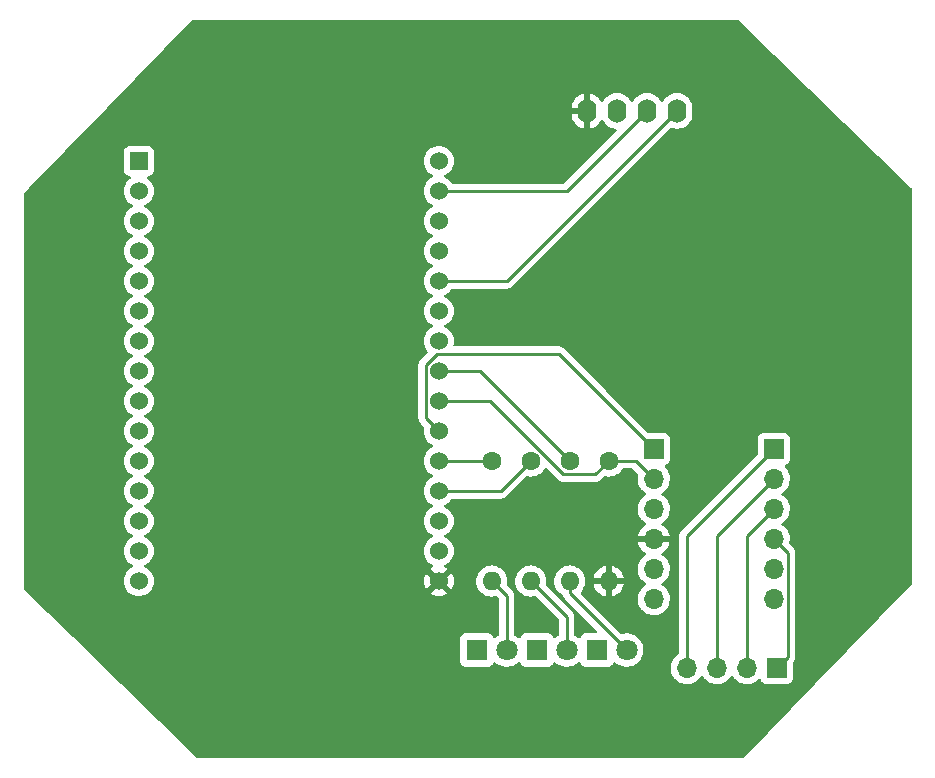
<source format=gbr>
%TF.GenerationSoftware,KiCad,Pcbnew,(6.0.0-0)*%
%TF.CreationDate,2022-01-15T15:50:31+00:00*%
%TF.ProjectId,uTracer_board,75547261-6365-4725-9f62-6f6172642e6b,rev?*%
%TF.SameCoordinates,Original*%
%TF.FileFunction,Copper,L2,Bot*%
%TF.FilePolarity,Positive*%
%FSLAX46Y46*%
G04 Gerber Fmt 4.6, Leading zero omitted, Abs format (unit mm)*
G04 Created by KiCad (PCBNEW (6.0.0-0)) date 2022-01-15 15:50:31*
%MOMM*%
%LPD*%
G01*
G04 APERTURE LIST*
%TA.AperFunction,ComponentPad*%
%ADD10R,1.800000X1.800000*%
%TD*%
%TA.AperFunction,ComponentPad*%
%ADD11C,1.800000*%
%TD*%
%TA.AperFunction,ComponentPad*%
%ADD12C,1.600000*%
%TD*%
%TA.AperFunction,ComponentPad*%
%ADD13O,1.600000X1.600000*%
%TD*%
%TA.AperFunction,ComponentPad*%
%ADD14R,1.524000X1.524000*%
%TD*%
%TA.AperFunction,ComponentPad*%
%ADD15C,1.524000*%
%TD*%
%TA.AperFunction,ComponentPad*%
%ADD16R,1.700000X1.700000*%
%TD*%
%TA.AperFunction,ComponentPad*%
%ADD17O,1.700000X1.700000*%
%TD*%
%TA.AperFunction,ComponentPad*%
%ADD18O,1.600000X2.000000*%
%TD*%
%TA.AperFunction,Conductor*%
%ADD19C,0.250000*%
%TD*%
G04 APERTURE END LIST*
D10*
%TO.P,D1,1*%
%TO.N,GND*%
X127762000Y-122428000D03*
D11*
%TO.P,D1,2*%
%TO.N,Net-(D1-Pad2)*%
X130302000Y-122428000D03*
%TD*%
D12*
%TO.P,R2,1*%
%TO.N,Net-(R2-Pad1)*%
X127254000Y-106426000D03*
D13*
%TO.P,R2,2*%
%TO.N,Net-(D1-Pad2)*%
X127254000Y-116586000D03*
%TD*%
D12*
%TO.P,R4,1*%
%TO.N,Net-(R4-Pad1)*%
X130556000Y-106426000D03*
D13*
%TO.P,R4,2*%
%TO.N,Net-(D3-Pad2)*%
X130556000Y-116586000D03*
%TD*%
D14*
%TO.P,U1,1*%
%TO.N,Net-(U1-Pad1)*%
X94070001Y-81030001D03*
D15*
%TO.P,U1,2*%
%TO.N,Net-(U1-Pad2)*%
X94070001Y-83570001D03*
%TO.P,U1,3*%
%TO.N,Net-(U1-Pad3)*%
X94070001Y-86110001D03*
%TO.P,U1,4*%
%TO.N,Net-(U1-Pad4)*%
X94070001Y-88650001D03*
%TO.P,U1,5*%
%TO.N,Net-(U1-Pad5)*%
X94070001Y-91190001D03*
%TO.P,U1,6*%
%TO.N,Net-(U1-Pad6)*%
X94070001Y-93730001D03*
%TO.P,U1,7*%
%TO.N,Net-(U1-Pad7)*%
X94070001Y-96270001D03*
%TO.P,U1,8*%
%TO.N,Net-(U1-Pad8)*%
X94070001Y-98810001D03*
%TO.P,U1,9*%
%TO.N,Net-(U1-Pad9)*%
X94070001Y-101350001D03*
%TO.P,U1,10*%
%TO.N,Net-(U1-Pad10)*%
X94070001Y-103890001D03*
%TO.P,U1,11*%
%TO.N,Net-(U1-Pad11)*%
X94070001Y-106430001D03*
%TO.P,U1,12*%
%TO.N,Net-(U1-Pad12)*%
X94070001Y-108970001D03*
%TO.P,U1,13*%
%TO.N,Net-(U1-Pad13)*%
X94070001Y-111510001D03*
%TO.P,U1,14*%
%TO.N,GND*%
X94070001Y-114050001D03*
%TO.P,U1,15*%
%TO.N,Net-(U1-Pad15)*%
X94070001Y-116590001D03*
%TO.P,U1,16*%
%TO.N,+3V3*%
X119470001Y-116590001D03*
%TO.P,U1,17*%
%TO.N,GND*%
X119470001Y-114050001D03*
%TO.P,U1,18*%
%TO.N,Net-(U1-Pad18)*%
X119470001Y-111510001D03*
%TO.P,U1,19*%
%TO.N,Net-(R2-Pad1)*%
X119470001Y-108970001D03*
%TO.P,U1,20*%
%TO.N,Net-(R3-Pad1)*%
X119470001Y-106430001D03*
%TO.P,U1,21*%
%TO.N,/RX*%
X119470001Y-103890001D03*
%TO.P,U1,22*%
%TO.N,/TX*%
X119470001Y-101350001D03*
%TO.P,U1,23*%
%TO.N,Net-(R4-Pad1)*%
X119470001Y-98810001D03*
%TO.P,U1,24*%
%TO.N,Net-(U1-Pad24)*%
X119470001Y-96270001D03*
%TO.P,U1,25*%
%TO.N,Net-(U1-Pad25)*%
X119470001Y-93730001D03*
%TO.P,U1,26*%
%TO.N,Net-(Brd1-Pad4)*%
X119470001Y-91190001D03*
%TO.P,U1,27*%
%TO.N,Net-(U1-Pad27)*%
X119470001Y-88650001D03*
%TO.P,U1,28*%
%TO.N,Net-(U1-Pad28)*%
X119470001Y-86110001D03*
%TO.P,U1,29*%
%TO.N,Net-(Brd1-Pad3)*%
X119470001Y-83570001D03*
%TO.P,U1,30*%
%TO.N,Net-(U1-Pad30)*%
X119470001Y-81030001D03*
%TD*%
D12*
%TO.P,R3,1*%
%TO.N,Net-(R3-Pad1)*%
X123952000Y-106426000D03*
D13*
%TO.P,R3,2*%
%TO.N,Net-(D2-Pad2)*%
X123952000Y-116586000D03*
%TD*%
D12*
%TO.P,R1,1*%
%TO.N,/TX*%
X133858000Y-106426000D03*
D13*
%TO.P,R1,2*%
%TO.N,+3V3*%
X133858000Y-116586000D03*
%TD*%
D10*
%TO.P,D3,1*%
%TO.N,GND*%
X132842000Y-122428000D03*
D11*
%TO.P,D3,2*%
%TO.N,Net-(D3-Pad2)*%
X135382000Y-122428000D03*
%TD*%
D10*
%TO.P,D2,1*%
%TO.N,GND*%
X122682000Y-122428000D03*
D11*
%TO.P,D2,2*%
%TO.N,Net-(D2-Pad2)*%
X125222000Y-122428000D03*
%TD*%
D16*
%TO.P,J2,1*%
%TO.N,/RX*%
X137668000Y-105410000D03*
D17*
%TO.P,J2,2*%
%TO.N,/TX*%
X137668000Y-107950000D03*
%TO.P,J2,3*%
%TO.N,GND*%
X137668000Y-110490000D03*
%TO.P,J2,4*%
%TO.N,+3V3*%
X137668000Y-113030000D03*
%TO.P,J2,5*%
%TO.N,Net-(J2-Pad5)*%
X137668000Y-115570000D03*
%TO.P,J2,6*%
%TO.N,Net-(J2-Pad6)*%
X137668000Y-118110000D03*
%TD*%
D16*
%TO.P,J3,1*%
%TO.N,Net-(J3-Pad1)*%
X147828000Y-105410000D03*
D17*
%TO.P,J3,2*%
%TO.N,Net-(J3-Pad2)*%
X147828000Y-107950000D03*
%TO.P,J3,3*%
%TO.N,Net-(J3-Pad3)*%
X147828000Y-110490000D03*
%TO.P,J3,4*%
%TO.N,Net-(J3-Pad4)*%
X147828000Y-113030000D03*
%TO.P,J3,5*%
%TO.N,Net-(J3-Pad5)*%
X147828000Y-115570000D03*
%TO.P,J3,6*%
%TO.N,Net-(J3-Pad6)*%
X147828000Y-118110000D03*
%TD*%
D16*
%TO.P,J4,1*%
%TO.N,Net-(J3-Pad4)*%
X148082000Y-123952000D03*
D17*
%TO.P,J4,2*%
%TO.N,Net-(J3-Pad3)*%
X145542000Y-123952000D03*
%TO.P,J4,3*%
%TO.N,Net-(J3-Pad2)*%
X143002000Y-123952000D03*
%TO.P,J4,4*%
%TO.N,Net-(J3-Pad1)*%
X140462000Y-123952000D03*
%TD*%
D18*
%TO.P,Brd1,1*%
%TO.N,+3V3*%
X132016000Y-76776000D03*
%TO.P,Brd1,2*%
%TO.N,GND*%
X134556000Y-76776000D03*
%TO.P,Brd1,3*%
%TO.N,Net-(Brd1-Pad3)*%
X137096000Y-76776000D03*
%TO.P,Brd1,4*%
%TO.N,Net-(Brd1-Pad4)*%
X139636000Y-76776000D03*
%TD*%
D19*
%TO.N,Net-(D1-Pad2)*%
X130302000Y-119634000D02*
X127254000Y-116586000D01*
X130302000Y-122428000D02*
X130302000Y-119634000D01*
%TO.N,Net-(D2-Pad2)*%
X125222000Y-122428000D02*
X125222000Y-117856000D01*
X125222000Y-117856000D02*
X123952000Y-116586000D01*
%TO.N,Net-(D3-Pad2)*%
X135382000Y-122428000D02*
X130556000Y-117602000D01*
X130556000Y-117602000D02*
X130556000Y-116586000D01*
%TO.N,/RX*%
X118383000Y-102803000D02*
X118383000Y-98288240D01*
X129615002Y-97357002D02*
X137668000Y-105410000D01*
X119314238Y-97357002D02*
X129615002Y-97357002D01*
X118383000Y-98288240D02*
X119314238Y-97357002D01*
X119470001Y-103890001D02*
X118383000Y-102803000D01*
%TO.N,/TX*%
X136144000Y-106426000D02*
X137668000Y-107950000D01*
X132732999Y-107551001D02*
X133858000Y-106426000D01*
X133858000Y-106426000D02*
X136144000Y-106426000D01*
X123814999Y-101350001D02*
X130015999Y-107551001D01*
X119470001Y-101350001D02*
X123814999Y-101350001D01*
X130015999Y-107551001D02*
X132732999Y-107551001D01*
%TO.N,Net-(J3-Pad4)*%
X149003001Y-123030999D02*
X149003001Y-114205001D01*
X149003001Y-114205001D02*
X147828000Y-113030000D01*
X148082000Y-123952000D02*
X149003001Y-123030999D01*
%TO.N,Net-(J3-Pad3)*%
X145542000Y-123952000D02*
X145542000Y-112776000D01*
X145542000Y-112776000D02*
X147828000Y-110490000D01*
%TO.N,Net-(J3-Pad2)*%
X143002000Y-112776000D02*
X147828000Y-107950000D01*
X143002000Y-123952000D02*
X143002000Y-112776000D01*
%TO.N,Net-(J3-Pad1)*%
X140462000Y-123952000D02*
X140462000Y-112776000D01*
X140462000Y-112776000D02*
X147828000Y-105410000D01*
%TO.N,Net-(R2-Pad1)*%
X124709999Y-108970001D02*
X127254000Y-106426000D01*
X119470001Y-108970001D02*
X124709999Y-108970001D01*
%TO.N,Net-(R3-Pad1)*%
X119470001Y-106430001D02*
X123947999Y-106430001D01*
X123947999Y-106430001D02*
X123952000Y-106426000D01*
%TO.N,Net-(R4-Pad1)*%
X130556000Y-106426000D02*
X122940001Y-98810001D01*
X122940001Y-98810001D02*
X119470001Y-98810001D01*
%TO.N,Net-(Brd1-Pad4)*%
X119470001Y-91190001D02*
X125221999Y-91190001D01*
X125221999Y-91190001D02*
X139636000Y-76776000D01*
%TO.N,Net-(Brd1-Pad3)*%
X137092000Y-76776000D02*
X137096000Y-76776000D01*
X119470001Y-83570001D02*
X130297999Y-83570001D01*
X130297999Y-83570001D02*
X137092000Y-76776000D01*
%TD*%
%TA.AperFunction,Conductor*%
%TO.N,+3V3*%
G36*
X144814069Y-69108002D02*
G01*
X144833570Y-69123455D01*
X153815316Y-77815467D01*
X159473623Y-83291248D01*
X159508665Y-83352994D01*
X159512000Y-83381792D01*
X159512000Y-116805948D01*
X159491998Y-116874069D01*
X159476545Y-116893570D01*
X151336841Y-125304598D01*
X145308752Y-131533623D01*
X145247006Y-131568665D01*
X145218208Y-131572000D01*
X99094052Y-131572000D01*
X99025931Y-131551998D01*
X99006429Y-131536544D01*
X92563004Y-125300971D01*
X91134652Y-123918695D01*
X139099251Y-123918695D01*
X139112110Y-124141715D01*
X139113247Y-124146761D01*
X139113248Y-124146767D01*
X139137304Y-124253508D01*
X139161222Y-124359639D01*
X139245266Y-124566616D01*
X139282685Y-124627678D01*
X139359291Y-124752688D01*
X139361987Y-124757088D01*
X139508250Y-124925938D01*
X139680126Y-125068632D01*
X139873000Y-125181338D01*
X140081692Y-125261030D01*
X140086760Y-125262061D01*
X140086763Y-125262062D01*
X140194017Y-125283883D01*
X140300597Y-125305567D01*
X140305772Y-125305757D01*
X140305774Y-125305757D01*
X140518673Y-125313564D01*
X140518677Y-125313564D01*
X140523837Y-125313753D01*
X140528957Y-125313097D01*
X140528959Y-125313097D01*
X140740288Y-125286025D01*
X140740289Y-125286025D01*
X140745416Y-125285368D01*
X140750366Y-125283883D01*
X140954429Y-125222661D01*
X140954434Y-125222659D01*
X140959384Y-125221174D01*
X141159994Y-125122896D01*
X141341860Y-124993173D01*
X141500096Y-124835489D01*
X141559594Y-124752689D01*
X141630453Y-124654077D01*
X141631776Y-124655028D01*
X141678645Y-124611857D01*
X141748580Y-124599625D01*
X141814026Y-124627144D01*
X141841875Y-124658994D01*
X141901987Y-124757088D01*
X142048250Y-124925938D01*
X142220126Y-125068632D01*
X142413000Y-125181338D01*
X142621692Y-125261030D01*
X142626760Y-125262061D01*
X142626763Y-125262062D01*
X142734017Y-125283883D01*
X142840597Y-125305567D01*
X142845772Y-125305757D01*
X142845774Y-125305757D01*
X143058673Y-125313564D01*
X143058677Y-125313564D01*
X143063837Y-125313753D01*
X143068957Y-125313097D01*
X143068959Y-125313097D01*
X143280288Y-125286025D01*
X143280289Y-125286025D01*
X143285416Y-125285368D01*
X143290366Y-125283883D01*
X143494429Y-125222661D01*
X143494434Y-125222659D01*
X143499384Y-125221174D01*
X143699994Y-125122896D01*
X143881860Y-124993173D01*
X144040096Y-124835489D01*
X144099594Y-124752689D01*
X144170453Y-124654077D01*
X144171776Y-124655028D01*
X144218645Y-124611857D01*
X144288580Y-124599625D01*
X144354026Y-124627144D01*
X144381875Y-124658994D01*
X144441987Y-124757088D01*
X144588250Y-124925938D01*
X144760126Y-125068632D01*
X144953000Y-125181338D01*
X145161692Y-125261030D01*
X145166760Y-125262061D01*
X145166763Y-125262062D01*
X145274017Y-125283883D01*
X145380597Y-125305567D01*
X145385772Y-125305757D01*
X145385774Y-125305757D01*
X145598673Y-125313564D01*
X145598677Y-125313564D01*
X145603837Y-125313753D01*
X145608957Y-125313097D01*
X145608959Y-125313097D01*
X145820288Y-125286025D01*
X145820289Y-125286025D01*
X145825416Y-125285368D01*
X145830366Y-125283883D01*
X146034429Y-125222661D01*
X146034434Y-125222659D01*
X146039384Y-125221174D01*
X146239994Y-125122896D01*
X146421860Y-124993173D01*
X146530091Y-124885319D01*
X146592462Y-124851404D01*
X146663268Y-124856592D01*
X146720030Y-124899238D01*
X146737012Y-124930341D01*
X146781385Y-125048705D01*
X146868739Y-125165261D01*
X146985295Y-125252615D01*
X147121684Y-125303745D01*
X147183866Y-125310500D01*
X148980134Y-125310500D01*
X149042316Y-125303745D01*
X149178705Y-125252615D01*
X149295261Y-125165261D01*
X149382615Y-125048705D01*
X149433745Y-124912316D01*
X149440500Y-124850134D01*
X149440500Y-123541595D01*
X149460502Y-123473474D01*
X149473971Y-123456761D01*
X149473718Y-123456538D01*
X149476332Y-123453573D01*
X149479136Y-123450769D01*
X149481616Y-123447572D01*
X149489321Y-123438550D01*
X149514160Y-123412099D01*
X149519587Y-123406320D01*
X149523406Y-123399374D01*
X149523408Y-123399371D01*
X149529349Y-123388565D01*
X149540200Y-123372046D01*
X149547759Y-123362300D01*
X149552615Y-123356040D01*
X149555760Y-123348771D01*
X149555763Y-123348767D01*
X149570175Y-123315462D01*
X149575392Y-123304812D01*
X149596696Y-123266059D01*
X149601734Y-123246436D01*
X149608138Y-123227733D01*
X149613034Y-123216419D01*
X149613034Y-123216418D01*
X149616182Y-123209144D01*
X149617421Y-123201321D01*
X149617424Y-123201311D01*
X149623100Y-123165475D01*
X149625506Y-123153855D01*
X149634529Y-123118710D01*
X149634529Y-123118709D01*
X149636501Y-123111029D01*
X149636501Y-123090775D01*
X149638052Y-123071064D01*
X149639981Y-123058885D01*
X149641221Y-123051056D01*
X149637060Y-123007037D01*
X149636501Y-122995180D01*
X149636501Y-114283764D01*
X149637028Y-114272580D01*
X149638702Y-114265092D01*
X149636563Y-114197033D01*
X149636501Y-114193076D01*
X149636501Y-114165145D01*
X149635995Y-114161139D01*
X149635062Y-114149293D01*
X149635061Y-114149242D01*
X149633674Y-114105111D01*
X149628023Y-114085659D01*
X149624015Y-114066307D01*
X149622468Y-114054064D01*
X149621475Y-114046204D01*
X149618557Y-114038833D01*
X149605201Y-114005098D01*
X149601356Y-113993871D01*
X149600722Y-113991688D01*
X149589019Y-113951408D01*
X149584985Y-113944586D01*
X149584982Y-113944580D01*
X149578707Y-113933969D01*
X149570011Y-113916219D01*
X149565473Y-113904757D01*
X149565470Y-113904752D01*
X149562553Y-113897384D01*
X149536574Y-113861626D01*
X149530058Y-113851708D01*
X149516355Y-113828538D01*
X149507543Y-113813638D01*
X149493219Y-113799314D01*
X149480377Y-113784279D01*
X149468473Y-113767894D01*
X149434407Y-113739712D01*
X149425628Y-113731723D01*
X149179218Y-113485313D01*
X149145192Y-113423001D01*
X149147755Y-113359589D01*
X149158865Y-113323022D01*
X149160370Y-113318069D01*
X149189529Y-113096590D01*
X149191156Y-113030000D01*
X149172852Y-112807361D01*
X149118431Y-112590702D01*
X149029354Y-112385840D01*
X148908014Y-112198277D01*
X148757670Y-112033051D01*
X148753619Y-112029852D01*
X148753615Y-112029848D01*
X148586414Y-111897800D01*
X148586410Y-111897798D01*
X148582359Y-111894598D01*
X148541053Y-111871796D01*
X148491084Y-111821364D01*
X148476312Y-111751921D01*
X148501428Y-111685516D01*
X148528780Y-111658909D01*
X148572603Y-111627650D01*
X148707860Y-111531173D01*
X148866096Y-111373489D01*
X148925594Y-111290689D01*
X148993435Y-111196277D01*
X148996453Y-111192077D01*
X149054907Y-111073805D01*
X149093136Y-110996453D01*
X149093137Y-110996451D01*
X149095430Y-110991811D01*
X149160370Y-110778069D01*
X149189529Y-110556590D01*
X149191156Y-110490000D01*
X149172852Y-110267361D01*
X149118431Y-110050702D01*
X149029354Y-109845840D01*
X148908014Y-109658277D01*
X148757670Y-109493051D01*
X148753619Y-109489852D01*
X148753615Y-109489848D01*
X148586414Y-109357800D01*
X148586410Y-109357798D01*
X148582359Y-109354598D01*
X148541053Y-109331796D01*
X148491084Y-109281364D01*
X148476312Y-109211921D01*
X148501428Y-109145516D01*
X148528780Y-109118909D01*
X148572603Y-109087650D01*
X148707860Y-108991173D01*
X148866096Y-108833489D01*
X148925594Y-108750689D01*
X148993435Y-108656277D01*
X148996453Y-108652077D01*
X149054907Y-108533805D01*
X149093136Y-108456453D01*
X149093137Y-108456451D01*
X149095430Y-108451811D01*
X149160370Y-108238069D01*
X149189529Y-108016590D01*
X149190182Y-107989865D01*
X149191074Y-107953365D01*
X149191074Y-107953361D01*
X149191156Y-107950000D01*
X149172852Y-107727361D01*
X149118431Y-107510702D01*
X149029354Y-107305840D01*
X148908014Y-107118277D01*
X148879788Y-107087257D01*
X148760798Y-106956488D01*
X148729746Y-106892642D01*
X148738141Y-106822143D01*
X148783317Y-106767375D01*
X148809761Y-106753706D01*
X148916297Y-106713767D01*
X148924705Y-106710615D01*
X149041261Y-106623261D01*
X149128615Y-106506705D01*
X149179745Y-106370316D01*
X149186500Y-106308134D01*
X149186500Y-104511866D01*
X149179745Y-104449684D01*
X149128615Y-104313295D01*
X149041261Y-104196739D01*
X148924705Y-104109385D01*
X148788316Y-104058255D01*
X148726134Y-104051500D01*
X146929866Y-104051500D01*
X146867684Y-104058255D01*
X146731295Y-104109385D01*
X146614739Y-104196739D01*
X146527385Y-104313295D01*
X146476255Y-104449684D01*
X146469500Y-104511866D01*
X146469500Y-105820406D01*
X146449498Y-105888527D01*
X146432595Y-105909501D01*
X140069747Y-112272348D01*
X140061461Y-112279888D01*
X140054982Y-112284000D01*
X140049557Y-112289777D01*
X140008357Y-112333651D01*
X140005602Y-112336493D01*
X139985865Y-112356230D01*
X139983385Y-112359427D01*
X139975682Y-112368447D01*
X139945414Y-112400679D01*
X139941595Y-112407625D01*
X139941593Y-112407628D01*
X139935652Y-112418434D01*
X139924801Y-112434953D01*
X139912386Y-112450959D01*
X139909241Y-112458228D01*
X139909238Y-112458232D01*
X139894826Y-112491537D01*
X139889609Y-112502187D01*
X139868305Y-112540940D01*
X139866334Y-112548615D01*
X139866334Y-112548616D01*
X139863267Y-112560562D01*
X139856863Y-112579266D01*
X139848819Y-112597855D01*
X139847580Y-112605678D01*
X139847577Y-112605688D01*
X139841901Y-112641524D01*
X139839495Y-112653144D01*
X139830472Y-112688289D01*
X139828500Y-112695970D01*
X139828500Y-112716224D01*
X139826949Y-112735934D01*
X139823780Y-112755943D01*
X139824526Y-112763835D01*
X139827941Y-112799961D01*
X139828500Y-112811819D01*
X139828500Y-122673692D01*
X139808498Y-122741813D01*
X139760683Y-122785453D01*
X139735607Y-122798507D01*
X139731474Y-122801610D01*
X139731471Y-122801612D01*
X139561100Y-122929530D01*
X139556965Y-122932635D01*
X139517525Y-122973907D01*
X139415321Y-123080857D01*
X139402629Y-123094138D01*
X139399720Y-123098403D01*
X139399714Y-123098411D01*
X139391107Y-123111029D01*
X139276743Y-123278680D01*
X139246420Y-123344005D01*
X139194219Y-123456464D01*
X139182688Y-123481305D01*
X139122989Y-123696570D01*
X139099251Y-123918695D01*
X91134652Y-123918695D01*
X90574005Y-123376134D01*
X121273500Y-123376134D01*
X121280255Y-123438316D01*
X121331385Y-123574705D01*
X121418739Y-123691261D01*
X121535295Y-123778615D01*
X121671684Y-123829745D01*
X121733866Y-123836500D01*
X123630134Y-123836500D01*
X123692316Y-123829745D01*
X123828705Y-123778615D01*
X123945261Y-123691261D01*
X124032615Y-123574705D01*
X124057180Y-123509178D01*
X124099822Y-123452414D01*
X124166383Y-123427714D01*
X124235732Y-123442921D01*
X124255647Y-123456464D01*
X124320724Y-123510492D01*
X124411349Y-123585730D01*
X124611322Y-123702584D01*
X124827694Y-123785209D01*
X124832760Y-123786240D01*
X124832761Y-123786240D01*
X124885846Y-123797040D01*
X125054656Y-123831385D01*
X125184089Y-123836131D01*
X125280949Y-123839683D01*
X125280953Y-123839683D01*
X125286113Y-123839872D01*
X125291233Y-123839216D01*
X125291235Y-123839216D01*
X125365166Y-123829745D01*
X125515847Y-123810442D01*
X125520795Y-123808957D01*
X125520802Y-123808956D01*
X125732747Y-123745369D01*
X125737690Y-123743886D01*
X125818236Y-123704427D01*
X125941049Y-123644262D01*
X125941052Y-123644260D01*
X125945684Y-123641991D01*
X126134243Y-123507494D01*
X126179309Y-123462585D01*
X126241681Y-123428669D01*
X126312487Y-123433857D01*
X126369249Y-123476503D01*
X126386231Y-123507607D01*
X126398973Y-123541595D01*
X126411385Y-123574705D01*
X126498739Y-123691261D01*
X126615295Y-123778615D01*
X126751684Y-123829745D01*
X126813866Y-123836500D01*
X128710134Y-123836500D01*
X128772316Y-123829745D01*
X128908705Y-123778615D01*
X129025261Y-123691261D01*
X129112615Y-123574705D01*
X129137180Y-123509178D01*
X129179822Y-123452414D01*
X129246383Y-123427714D01*
X129315732Y-123442921D01*
X129335647Y-123456464D01*
X129400724Y-123510492D01*
X129491349Y-123585730D01*
X129691322Y-123702584D01*
X129907694Y-123785209D01*
X129912760Y-123786240D01*
X129912761Y-123786240D01*
X129965846Y-123797040D01*
X130134656Y-123831385D01*
X130264089Y-123836131D01*
X130360949Y-123839683D01*
X130360953Y-123839683D01*
X130366113Y-123839872D01*
X130371233Y-123839216D01*
X130371235Y-123839216D01*
X130445166Y-123829745D01*
X130595847Y-123810442D01*
X130600795Y-123808957D01*
X130600802Y-123808956D01*
X130812747Y-123745369D01*
X130817690Y-123743886D01*
X130898236Y-123704427D01*
X131021049Y-123644262D01*
X131021052Y-123644260D01*
X131025684Y-123641991D01*
X131214243Y-123507494D01*
X131259309Y-123462585D01*
X131321681Y-123428669D01*
X131392487Y-123433857D01*
X131449249Y-123476503D01*
X131466231Y-123507607D01*
X131478973Y-123541595D01*
X131491385Y-123574705D01*
X131578739Y-123691261D01*
X131695295Y-123778615D01*
X131831684Y-123829745D01*
X131893866Y-123836500D01*
X133790134Y-123836500D01*
X133852316Y-123829745D01*
X133988705Y-123778615D01*
X134105261Y-123691261D01*
X134192615Y-123574705D01*
X134217180Y-123509178D01*
X134259822Y-123452414D01*
X134326383Y-123427714D01*
X134395732Y-123442921D01*
X134415647Y-123456464D01*
X134480724Y-123510492D01*
X134571349Y-123585730D01*
X134771322Y-123702584D01*
X134987694Y-123785209D01*
X134992760Y-123786240D01*
X134992761Y-123786240D01*
X135045846Y-123797040D01*
X135214656Y-123831385D01*
X135344089Y-123836131D01*
X135440949Y-123839683D01*
X135440953Y-123839683D01*
X135446113Y-123839872D01*
X135451233Y-123839216D01*
X135451235Y-123839216D01*
X135525166Y-123829745D01*
X135675847Y-123810442D01*
X135680795Y-123808957D01*
X135680802Y-123808956D01*
X135892747Y-123745369D01*
X135897690Y-123743886D01*
X135978236Y-123704427D01*
X136101049Y-123644262D01*
X136101052Y-123644260D01*
X136105684Y-123641991D01*
X136294243Y-123507494D01*
X136458303Y-123344005D01*
X136593458Y-123155917D01*
X136608928Y-123124617D01*
X136693784Y-122952922D01*
X136693785Y-122952920D01*
X136696078Y-122948280D01*
X136763408Y-122726671D01*
X136793640Y-122497041D01*
X136795327Y-122428000D01*
X136789032Y-122351434D01*
X136776773Y-122202318D01*
X136776772Y-122202312D01*
X136776349Y-122197167D01*
X136719925Y-121972533D01*
X136627570Y-121760131D01*
X136501764Y-121565665D01*
X136345887Y-121394358D01*
X136341836Y-121391159D01*
X136341832Y-121391155D01*
X136168177Y-121254011D01*
X136168172Y-121254008D01*
X136164123Y-121250810D01*
X136159607Y-121248317D01*
X136159604Y-121248315D01*
X135965879Y-121141373D01*
X135965875Y-121141371D01*
X135961355Y-121138876D01*
X135956486Y-121137152D01*
X135956482Y-121137150D01*
X135747903Y-121063288D01*
X135747899Y-121063287D01*
X135743028Y-121061562D01*
X135737935Y-121060655D01*
X135737932Y-121060654D01*
X135520095Y-121021851D01*
X135520089Y-121021850D01*
X135515006Y-121020945D01*
X135442096Y-121020054D01*
X135288581Y-121018179D01*
X135288579Y-121018179D01*
X135283411Y-121018116D01*
X135168219Y-121035743D01*
X135059573Y-121052368D01*
X135059571Y-121052369D01*
X135054464Y-121053150D01*
X135049549Y-121054757D01*
X135049547Y-121054757D01*
X135013889Y-121066412D01*
X134942925Y-121068565D01*
X134885647Y-121035743D01*
X131926599Y-118076695D01*
X136305251Y-118076695D01*
X136305548Y-118081848D01*
X136305548Y-118081851D01*
X136311011Y-118176590D01*
X136318110Y-118299715D01*
X136319247Y-118304761D01*
X136319248Y-118304767D01*
X136339119Y-118392939D01*
X136367222Y-118517639D01*
X136451266Y-118724616D01*
X136567987Y-118915088D01*
X136714250Y-119083938D01*
X136886126Y-119226632D01*
X137079000Y-119339338D01*
X137287692Y-119419030D01*
X137292760Y-119420061D01*
X137292763Y-119420062D01*
X137400003Y-119441880D01*
X137506597Y-119463567D01*
X137511772Y-119463757D01*
X137511774Y-119463757D01*
X137724673Y-119471564D01*
X137724677Y-119471564D01*
X137729837Y-119471753D01*
X137734957Y-119471097D01*
X137734959Y-119471097D01*
X137946288Y-119444025D01*
X137946289Y-119444025D01*
X137951416Y-119443368D01*
X137956376Y-119441880D01*
X138160429Y-119380661D01*
X138160434Y-119380659D01*
X138165384Y-119379174D01*
X138365994Y-119280896D01*
X138547860Y-119151173D01*
X138706096Y-118993489D01*
X138765594Y-118910689D01*
X138833435Y-118816277D01*
X138836453Y-118812077D01*
X138935430Y-118611811D01*
X139000370Y-118398069D01*
X139029529Y-118176590D01*
X139031156Y-118110000D01*
X139012852Y-117887361D01*
X138958431Y-117670702D01*
X138869354Y-117465840D01*
X138829906Y-117404862D01*
X138750822Y-117282617D01*
X138750820Y-117282614D01*
X138748014Y-117278277D01*
X138597670Y-117113051D01*
X138593619Y-117109852D01*
X138593615Y-117109848D01*
X138426414Y-116977800D01*
X138426410Y-116977798D01*
X138422359Y-116974598D01*
X138381053Y-116951796D01*
X138331084Y-116901364D01*
X138316312Y-116831921D01*
X138341428Y-116765516D01*
X138368780Y-116738909D01*
X138412603Y-116707650D01*
X138547860Y-116611173D01*
X138572082Y-116587036D01*
X138702435Y-116457137D01*
X138706096Y-116453489D01*
X138765594Y-116370689D01*
X138833435Y-116276277D01*
X138836453Y-116272077D01*
X138859492Y-116225462D01*
X138933136Y-116076453D01*
X138933137Y-116076451D01*
X138935430Y-116071811D01*
X138980113Y-115924743D01*
X138998865Y-115863023D01*
X138998865Y-115863021D01*
X139000370Y-115858069D01*
X139029529Y-115636590D01*
X139031156Y-115570000D01*
X139012852Y-115347361D01*
X138958431Y-115130702D01*
X138869354Y-114925840D01*
X138748014Y-114738277D01*
X138597670Y-114573051D01*
X138593619Y-114569852D01*
X138593615Y-114569848D01*
X138426414Y-114437800D01*
X138426410Y-114437798D01*
X138422359Y-114434598D01*
X138380569Y-114411529D01*
X138330598Y-114361097D01*
X138315826Y-114291654D01*
X138340942Y-114225248D01*
X138368294Y-114198641D01*
X138543328Y-114073792D01*
X138551200Y-114067139D01*
X138702052Y-113916812D01*
X138708730Y-113908965D01*
X138833003Y-113736020D01*
X138838313Y-113727183D01*
X138932670Y-113536267D01*
X138936469Y-113526672D01*
X138998377Y-113322910D01*
X139000555Y-113312837D01*
X139001986Y-113301962D01*
X138999775Y-113287778D01*
X138986617Y-113284000D01*
X136351225Y-113284000D01*
X136337694Y-113287973D01*
X136336257Y-113297966D01*
X136366565Y-113432446D01*
X136369645Y-113442275D01*
X136449770Y-113639603D01*
X136454413Y-113648794D01*
X136565694Y-113830388D01*
X136571777Y-113838699D01*
X136711213Y-113999667D01*
X136718580Y-114006883D01*
X136882434Y-114142916D01*
X136890881Y-114148831D01*
X136959969Y-114189203D01*
X137008693Y-114240842D01*
X137021764Y-114310625D01*
X136995033Y-114376396D01*
X136954584Y-114409752D01*
X136941607Y-114416507D01*
X136937474Y-114419610D01*
X136937471Y-114419612D01*
X136848788Y-114486197D01*
X136762965Y-114550635D01*
X136759393Y-114554373D01*
X136627696Y-114692186D01*
X136608629Y-114712138D01*
X136482743Y-114896680D01*
X136467003Y-114930590D01*
X136420795Y-115030137D01*
X136388688Y-115099305D01*
X136328989Y-115314570D01*
X136305251Y-115536695D01*
X136305548Y-115541848D01*
X136305548Y-115541851D01*
X136311011Y-115636590D01*
X136318110Y-115759715D01*
X136319247Y-115764761D01*
X136319248Y-115764767D01*
X136319599Y-115766323D01*
X136367222Y-115977639D01*
X136405461Y-116071811D01*
X136436802Y-116148994D01*
X136451266Y-116184616D01*
X136476377Y-116225593D01*
X136539499Y-116328599D01*
X136567987Y-116375088D01*
X136714250Y-116543938D01*
X136886126Y-116686632D01*
X136956595Y-116727811D01*
X136959445Y-116729476D01*
X137008169Y-116781114D01*
X137021240Y-116850897D01*
X136994509Y-116916669D01*
X136954055Y-116950027D01*
X136941607Y-116956507D01*
X136937474Y-116959610D01*
X136937471Y-116959612D01*
X136767100Y-117087530D01*
X136762965Y-117090635D01*
X136759393Y-117094373D01*
X136627696Y-117232186D01*
X136608629Y-117252138D01*
X136605715Y-117256410D01*
X136605714Y-117256411D01*
X136554415Y-117331613D01*
X136482743Y-117436680D01*
X136449725Y-117507811D01*
X136409267Y-117594972D01*
X136388688Y-117639305D01*
X136328989Y-117854570D01*
X136305251Y-118076695D01*
X131926599Y-118076695D01*
X131510296Y-117660392D01*
X131476270Y-117598080D01*
X131481335Y-117527265D01*
X131510296Y-117482202D01*
X131562198Y-117430300D01*
X131570186Y-117418893D01*
X131631300Y-117331613D01*
X131693523Y-117242749D01*
X131695846Y-117237767D01*
X131695849Y-117237762D01*
X131787961Y-117040225D01*
X131787961Y-117040224D01*
X131790284Y-117035243D01*
X131809904Y-116962023D01*
X131839245Y-116852522D01*
X132575273Y-116852522D01*
X132622764Y-117029761D01*
X132626510Y-117040053D01*
X132718586Y-117237511D01*
X132724069Y-117247007D01*
X132849028Y-117425467D01*
X132856084Y-117433875D01*
X133010125Y-117587916D01*
X133018533Y-117594972D01*
X133196993Y-117719931D01*
X133206489Y-117725414D01*
X133403947Y-117817490D01*
X133414239Y-117821236D01*
X133586503Y-117867394D01*
X133600599Y-117867058D01*
X133604000Y-117859116D01*
X133604000Y-117853967D01*
X134112000Y-117853967D01*
X134115973Y-117867498D01*
X134124522Y-117868727D01*
X134301761Y-117821236D01*
X134312053Y-117817490D01*
X134509511Y-117725414D01*
X134519007Y-117719931D01*
X134697467Y-117594972D01*
X134705875Y-117587916D01*
X134859916Y-117433875D01*
X134866972Y-117425467D01*
X134991931Y-117247007D01*
X134997414Y-117237511D01*
X135089490Y-117040053D01*
X135093236Y-117029761D01*
X135139394Y-116857497D01*
X135139058Y-116843401D01*
X135131116Y-116840000D01*
X134130115Y-116840000D01*
X134114876Y-116844475D01*
X134113671Y-116845865D01*
X134112000Y-116853548D01*
X134112000Y-117853967D01*
X133604000Y-117853967D01*
X133604000Y-116858115D01*
X133599525Y-116842876D01*
X133598135Y-116841671D01*
X133590452Y-116840000D01*
X132590033Y-116840000D01*
X132576502Y-116843973D01*
X132575273Y-116852522D01*
X131839245Y-116852522D01*
X131848119Y-116819402D01*
X131848120Y-116819398D01*
X131849543Y-116814087D01*
X131869498Y-116586000D01*
X131849543Y-116357913D01*
X131839244Y-116319478D01*
X131837911Y-116314503D01*
X132576606Y-116314503D01*
X132576942Y-116328599D01*
X132584884Y-116332000D01*
X133585885Y-116332000D01*
X133601124Y-116327525D01*
X133602329Y-116326135D01*
X133604000Y-116318452D01*
X133604000Y-116313885D01*
X134112000Y-116313885D01*
X134116475Y-116329124D01*
X134117865Y-116330329D01*
X134125548Y-116332000D01*
X135125967Y-116332000D01*
X135139498Y-116328027D01*
X135140727Y-116319478D01*
X135093236Y-116142239D01*
X135089490Y-116131947D01*
X134997414Y-115934489D01*
X134991931Y-115924993D01*
X134866972Y-115746533D01*
X134859916Y-115738125D01*
X134705875Y-115584084D01*
X134697467Y-115577028D01*
X134519007Y-115452069D01*
X134509511Y-115446586D01*
X134312053Y-115354510D01*
X134301761Y-115350764D01*
X134129497Y-115304606D01*
X134115401Y-115304942D01*
X134112000Y-115312884D01*
X134112000Y-116313885D01*
X133604000Y-116313885D01*
X133604000Y-115318033D01*
X133600027Y-115304502D01*
X133591478Y-115303273D01*
X133414239Y-115350764D01*
X133403947Y-115354510D01*
X133206489Y-115446586D01*
X133196993Y-115452069D01*
X133018533Y-115577028D01*
X133010125Y-115584084D01*
X132856084Y-115738125D01*
X132849028Y-115746533D01*
X132724069Y-115924993D01*
X132718586Y-115934489D01*
X132626510Y-116131947D01*
X132622764Y-116142239D01*
X132576606Y-116314503D01*
X131837911Y-116314503D01*
X131791707Y-116142067D01*
X131791706Y-116142065D01*
X131790284Y-116136757D01*
X131762164Y-116076453D01*
X131695849Y-115934238D01*
X131695846Y-115934233D01*
X131693523Y-115929251D01*
X131582168Y-115770220D01*
X131565357Y-115746211D01*
X131565355Y-115746208D01*
X131562198Y-115741700D01*
X131400300Y-115579802D01*
X131395792Y-115576645D01*
X131395789Y-115576643D01*
X131270770Y-115489104D01*
X131212749Y-115448477D01*
X131207767Y-115446154D01*
X131207762Y-115446151D01*
X131010225Y-115354039D01*
X131010224Y-115354039D01*
X131005243Y-115351716D01*
X130999935Y-115350294D01*
X130999933Y-115350293D01*
X130789402Y-115293881D01*
X130789400Y-115293881D01*
X130784087Y-115292457D01*
X130556000Y-115272502D01*
X130327913Y-115292457D01*
X130322600Y-115293881D01*
X130322598Y-115293881D01*
X130112067Y-115350293D01*
X130112065Y-115350294D01*
X130106757Y-115351716D01*
X130101776Y-115354039D01*
X130101775Y-115354039D01*
X129904238Y-115446151D01*
X129904233Y-115446154D01*
X129899251Y-115448477D01*
X129841230Y-115489104D01*
X129716211Y-115576643D01*
X129716208Y-115576645D01*
X129711700Y-115579802D01*
X129549802Y-115741700D01*
X129546645Y-115746208D01*
X129546643Y-115746211D01*
X129529832Y-115770220D01*
X129418477Y-115929251D01*
X129416154Y-115934233D01*
X129416151Y-115934238D01*
X129349836Y-116076453D01*
X129321716Y-116136757D01*
X129320294Y-116142065D01*
X129320293Y-116142067D01*
X129272756Y-116319478D01*
X129262457Y-116357913D01*
X129242502Y-116586000D01*
X129262457Y-116814087D01*
X129263880Y-116819398D01*
X129263881Y-116819402D01*
X129302097Y-116962023D01*
X129321716Y-117035243D01*
X129324039Y-117040224D01*
X129324039Y-117040225D01*
X129416151Y-117237762D01*
X129416154Y-117237767D01*
X129418477Y-117242749D01*
X129480700Y-117331613D01*
X129541815Y-117418893D01*
X129549802Y-117430300D01*
X129711700Y-117592198D01*
X129716208Y-117595355D01*
X129716211Y-117595357D01*
X129899251Y-117723523D01*
X129897994Y-117725318D01*
X129940463Y-117769883D01*
X129945605Y-117781203D01*
X129953804Y-117801911D01*
X129957649Y-117813142D01*
X129960137Y-117821707D01*
X129969982Y-117855593D01*
X129974015Y-117862412D01*
X129974017Y-117862417D01*
X129980293Y-117873028D01*
X129988988Y-117890776D01*
X129996448Y-117909617D01*
X130001110Y-117916033D01*
X130001110Y-117916034D01*
X130022436Y-117945387D01*
X130028952Y-117955307D01*
X130051458Y-117993362D01*
X130065779Y-118007683D01*
X130078619Y-118022716D01*
X130090528Y-118039107D01*
X130096634Y-118044158D01*
X130124605Y-118067298D01*
X130133384Y-118075288D01*
X132862501Y-120804405D01*
X132896527Y-120866717D01*
X132891462Y-120937532D01*
X132848915Y-120994368D01*
X132782395Y-121019179D01*
X132773406Y-121019500D01*
X131893866Y-121019500D01*
X131831684Y-121026255D01*
X131695295Y-121077385D01*
X131578739Y-121164739D01*
X131491385Y-121281295D01*
X131488233Y-121289703D01*
X131488232Y-121289705D01*
X131467538Y-121344906D01*
X131424897Y-121401671D01*
X131358335Y-121426371D01*
X131288986Y-121411164D01*
X131266167Y-121394666D01*
X131265887Y-121394358D01*
X131133373Y-121289705D01*
X131088178Y-121254012D01*
X131088175Y-121254010D01*
X131084123Y-121250810D01*
X131000607Y-121204707D01*
X130950636Y-121154274D01*
X130935500Y-121094398D01*
X130935500Y-119712767D01*
X130936027Y-119701584D01*
X130937702Y-119694091D01*
X130935562Y-119626000D01*
X130935500Y-119622043D01*
X130935500Y-119594144D01*
X130934996Y-119590153D01*
X130934063Y-119578311D01*
X130932923Y-119542036D01*
X130932674Y-119534111D01*
X130930462Y-119526497D01*
X130930461Y-119526492D01*
X130927023Y-119514659D01*
X130923012Y-119495295D01*
X130921467Y-119483064D01*
X130920474Y-119475203D01*
X130917557Y-119467836D01*
X130917556Y-119467831D01*
X130904198Y-119434092D01*
X130900354Y-119422865D01*
X130890230Y-119388022D01*
X130888018Y-119380407D01*
X130877707Y-119362972D01*
X130869012Y-119345224D01*
X130861552Y-119326383D01*
X130835564Y-119290613D01*
X130829048Y-119280693D01*
X130810580Y-119249465D01*
X130810578Y-119249462D01*
X130806542Y-119242638D01*
X130792221Y-119228317D01*
X130779380Y-119213283D01*
X130772131Y-119203306D01*
X130767472Y-119196893D01*
X130733395Y-119168702D01*
X130724616Y-119160712D01*
X128563152Y-116999248D01*
X128529126Y-116936936D01*
X128530541Y-116877541D01*
X128546118Y-116819409D01*
X128546120Y-116819398D01*
X128547543Y-116814087D01*
X128567498Y-116586000D01*
X128547543Y-116357913D01*
X128537244Y-116319478D01*
X128489707Y-116142067D01*
X128489706Y-116142065D01*
X128488284Y-116136757D01*
X128460164Y-116076453D01*
X128393849Y-115934238D01*
X128393846Y-115934233D01*
X128391523Y-115929251D01*
X128280168Y-115770220D01*
X128263357Y-115746211D01*
X128263355Y-115746208D01*
X128260198Y-115741700D01*
X128098300Y-115579802D01*
X128093792Y-115576645D01*
X128093789Y-115576643D01*
X127968770Y-115489104D01*
X127910749Y-115448477D01*
X127905767Y-115446154D01*
X127905762Y-115446151D01*
X127708225Y-115354039D01*
X127708224Y-115354039D01*
X127703243Y-115351716D01*
X127697935Y-115350294D01*
X127697933Y-115350293D01*
X127487402Y-115293881D01*
X127487400Y-115293881D01*
X127482087Y-115292457D01*
X127254000Y-115272502D01*
X127025913Y-115292457D01*
X127020600Y-115293881D01*
X127020598Y-115293881D01*
X126810067Y-115350293D01*
X126810065Y-115350294D01*
X126804757Y-115351716D01*
X126799776Y-115354039D01*
X126799775Y-115354039D01*
X126602238Y-115446151D01*
X126602233Y-115446154D01*
X126597251Y-115448477D01*
X126539230Y-115489104D01*
X126414211Y-115576643D01*
X126414208Y-115576645D01*
X126409700Y-115579802D01*
X126247802Y-115741700D01*
X126244645Y-115746208D01*
X126244643Y-115746211D01*
X126227832Y-115770220D01*
X126116477Y-115929251D01*
X126114154Y-115934233D01*
X126114151Y-115934238D01*
X126047836Y-116076453D01*
X126019716Y-116136757D01*
X126018294Y-116142065D01*
X126018293Y-116142067D01*
X125970756Y-116319478D01*
X125960457Y-116357913D01*
X125940502Y-116586000D01*
X125960457Y-116814087D01*
X125961880Y-116819398D01*
X125961881Y-116819402D01*
X126000097Y-116962023D01*
X126019716Y-117035243D01*
X126022039Y-117040224D01*
X126022039Y-117040225D01*
X126114151Y-117237762D01*
X126114154Y-117237767D01*
X126116477Y-117242749D01*
X126178700Y-117331613D01*
X126239815Y-117418893D01*
X126247802Y-117430300D01*
X126409700Y-117592198D01*
X126414208Y-117595355D01*
X126414211Y-117595357D01*
X126484105Y-117644297D01*
X126597251Y-117723523D01*
X126602233Y-117725846D01*
X126602238Y-117725849D01*
X126798765Y-117817490D01*
X126804757Y-117820284D01*
X126810065Y-117821706D01*
X126810067Y-117821707D01*
X127020598Y-117878119D01*
X127020600Y-117878119D01*
X127025913Y-117879543D01*
X127254000Y-117899498D01*
X127482087Y-117879543D01*
X127487398Y-117878120D01*
X127487409Y-117878118D01*
X127545541Y-117862541D01*
X127616517Y-117864230D01*
X127667248Y-117895152D01*
X129631595Y-119859500D01*
X129665621Y-119921812D01*
X129668500Y-119948595D01*
X129668500Y-121093319D01*
X129648498Y-121161440D01*
X129600679Y-121205083D01*
X129548872Y-121232052D01*
X129544734Y-121235159D01*
X129398565Y-121344906D01*
X129363655Y-121371117D01*
X129346170Y-121389414D01*
X129284646Y-121424844D01*
X129213733Y-121421387D01*
X129155947Y-121380141D01*
X129137094Y-121346592D01*
X129115768Y-121289705D01*
X129115767Y-121289703D01*
X129112615Y-121281295D01*
X129025261Y-121164739D01*
X128908705Y-121077385D01*
X128772316Y-121026255D01*
X128710134Y-121019500D01*
X126813866Y-121019500D01*
X126751684Y-121026255D01*
X126615295Y-121077385D01*
X126498739Y-121164739D01*
X126411385Y-121281295D01*
X126408233Y-121289703D01*
X126408232Y-121289705D01*
X126387538Y-121344906D01*
X126344897Y-121401671D01*
X126278335Y-121426371D01*
X126208986Y-121411164D01*
X126186167Y-121394666D01*
X126185887Y-121394358D01*
X126053373Y-121289705D01*
X126008178Y-121254012D01*
X126008175Y-121254010D01*
X126004123Y-121250810D01*
X125920607Y-121204707D01*
X125870636Y-121154274D01*
X125855500Y-121094398D01*
X125855500Y-117934767D01*
X125856027Y-117923584D01*
X125857702Y-117916091D01*
X125857181Y-117899498D01*
X125855562Y-117848014D01*
X125855500Y-117844055D01*
X125855500Y-117816144D01*
X125854995Y-117812144D01*
X125854062Y-117800301D01*
X125853602Y-117785646D01*
X125852673Y-117756110D01*
X125847022Y-117736658D01*
X125843014Y-117717306D01*
X125841467Y-117705063D01*
X125840474Y-117697203D01*
X125837556Y-117689832D01*
X125824200Y-117656097D01*
X125820355Y-117644870D01*
X125818738Y-117639305D01*
X125808018Y-117602407D01*
X125803984Y-117595585D01*
X125803981Y-117595579D01*
X125797706Y-117584968D01*
X125789010Y-117567218D01*
X125784472Y-117555756D01*
X125784469Y-117555751D01*
X125781552Y-117548383D01*
X125755573Y-117512625D01*
X125749057Y-117502707D01*
X125730575Y-117471457D01*
X125726542Y-117464637D01*
X125712218Y-117450313D01*
X125699376Y-117435278D01*
X125697286Y-117432401D01*
X125687472Y-117418893D01*
X125653406Y-117390711D01*
X125644627Y-117382722D01*
X125261152Y-116999247D01*
X125227126Y-116936935D01*
X125228540Y-116877541D01*
X125229470Y-116874069D01*
X125245543Y-116814087D01*
X125265498Y-116586000D01*
X125245543Y-116357913D01*
X125235244Y-116319478D01*
X125187707Y-116142067D01*
X125187706Y-116142065D01*
X125186284Y-116136757D01*
X125158164Y-116076453D01*
X125091849Y-115934238D01*
X125091846Y-115934233D01*
X125089523Y-115929251D01*
X124978168Y-115770220D01*
X124961357Y-115746211D01*
X124961355Y-115746208D01*
X124958198Y-115741700D01*
X124796300Y-115579802D01*
X124791792Y-115576645D01*
X124791789Y-115576643D01*
X124666770Y-115489104D01*
X124608749Y-115448477D01*
X124603767Y-115446154D01*
X124603762Y-115446151D01*
X124406225Y-115354039D01*
X124406224Y-115354039D01*
X124401243Y-115351716D01*
X124395935Y-115350294D01*
X124395933Y-115350293D01*
X124185402Y-115293881D01*
X124185400Y-115293881D01*
X124180087Y-115292457D01*
X123952000Y-115272502D01*
X123723913Y-115292457D01*
X123718600Y-115293881D01*
X123718598Y-115293881D01*
X123508067Y-115350293D01*
X123508065Y-115350294D01*
X123502757Y-115351716D01*
X123497776Y-115354039D01*
X123497775Y-115354039D01*
X123300238Y-115446151D01*
X123300233Y-115446154D01*
X123295251Y-115448477D01*
X123237230Y-115489104D01*
X123112211Y-115576643D01*
X123112208Y-115576645D01*
X123107700Y-115579802D01*
X122945802Y-115741700D01*
X122942645Y-115746208D01*
X122942643Y-115746211D01*
X122925832Y-115770220D01*
X122814477Y-115929251D01*
X122812154Y-115934233D01*
X122812151Y-115934238D01*
X122745836Y-116076453D01*
X122717716Y-116136757D01*
X122716294Y-116142065D01*
X122716293Y-116142067D01*
X122668756Y-116319478D01*
X122658457Y-116357913D01*
X122638502Y-116586000D01*
X122658457Y-116814087D01*
X122659880Y-116819398D01*
X122659881Y-116819402D01*
X122698097Y-116962023D01*
X122717716Y-117035243D01*
X122720039Y-117040224D01*
X122720039Y-117040225D01*
X122812151Y-117237762D01*
X122812154Y-117237767D01*
X122814477Y-117242749D01*
X122876700Y-117331613D01*
X122937815Y-117418893D01*
X122945802Y-117430300D01*
X123107700Y-117592198D01*
X123112208Y-117595355D01*
X123112211Y-117595357D01*
X123182105Y-117644297D01*
X123295251Y-117723523D01*
X123300233Y-117725846D01*
X123300238Y-117725849D01*
X123496765Y-117817490D01*
X123502757Y-117820284D01*
X123508065Y-117821706D01*
X123508067Y-117821707D01*
X123718598Y-117878119D01*
X123718600Y-117878119D01*
X123723913Y-117879543D01*
X123952000Y-117899498D01*
X124180087Y-117879543D01*
X124185398Y-117878120D01*
X124185409Y-117878118D01*
X124243541Y-117862541D01*
X124314517Y-117864230D01*
X124365248Y-117895152D01*
X124551595Y-118081499D01*
X124585621Y-118143811D01*
X124588500Y-118170594D01*
X124588500Y-121093319D01*
X124568498Y-121161440D01*
X124520679Y-121205083D01*
X124468872Y-121232052D01*
X124464734Y-121235159D01*
X124318565Y-121344906D01*
X124283655Y-121371117D01*
X124266170Y-121389414D01*
X124204646Y-121424844D01*
X124133733Y-121421387D01*
X124075947Y-121380141D01*
X124057094Y-121346592D01*
X124035768Y-121289705D01*
X124035767Y-121289703D01*
X124032615Y-121281295D01*
X123945261Y-121164739D01*
X123828705Y-121077385D01*
X123692316Y-121026255D01*
X123630134Y-121019500D01*
X121733866Y-121019500D01*
X121671684Y-121026255D01*
X121535295Y-121077385D01*
X121418739Y-121164739D01*
X121331385Y-121281295D01*
X121280255Y-121417684D01*
X121273500Y-121479866D01*
X121273500Y-123376134D01*
X90574005Y-123376134D01*
X86389262Y-119326383D01*
X84366377Y-117368752D01*
X84331335Y-117307006D01*
X84328000Y-117278208D01*
X84328000Y-116590001D01*
X92794648Y-116590001D01*
X92814023Y-116811464D01*
X92871561Y-117026197D01*
X92873883Y-117031178D01*
X92873884Y-117031179D01*
X92963187Y-117222690D01*
X92963190Y-117222695D01*
X92965513Y-117227677D01*
X92968669Y-117232184D01*
X92968670Y-117232186D01*
X93064295Y-117368752D01*
X93093024Y-117409782D01*
X93250220Y-117566978D01*
X93254728Y-117570135D01*
X93254731Y-117570137D01*
X93311684Y-117610016D01*
X93432324Y-117694489D01*
X93437306Y-117696812D01*
X93437311Y-117696815D01*
X93574522Y-117760797D01*
X93633805Y-117788441D01*
X93639113Y-117789863D01*
X93639115Y-117789864D01*
X93684075Y-117801911D01*
X93848538Y-117845979D01*
X94070001Y-117865354D01*
X94291464Y-117845979D01*
X94455927Y-117801911D01*
X94500887Y-117789864D01*
X94500889Y-117789863D01*
X94506197Y-117788441D01*
X94565480Y-117760797D01*
X94702691Y-117696815D01*
X94702696Y-117696812D01*
X94707678Y-117694489D01*
X94772960Y-117648778D01*
X118775778Y-117648778D01*
X118785075Y-117660794D01*
X118828070Y-117690899D01*
X118837556Y-117696377D01*
X119028994Y-117785646D01*
X119039286Y-117789392D01*
X119243310Y-117844060D01*
X119254105Y-117845963D01*
X119464526Y-117864373D01*
X119475476Y-117864373D01*
X119685897Y-117845963D01*
X119696692Y-117844060D01*
X119900716Y-117789392D01*
X119911008Y-117785646D01*
X120102446Y-117696377D01*
X120111932Y-117690899D01*
X120155765Y-117660208D01*
X120164140Y-117649730D01*
X120157072Y-117636282D01*
X119482813Y-116962023D01*
X119468869Y-116954409D01*
X119467036Y-116954540D01*
X119460421Y-116958791D01*
X118782208Y-117637004D01*
X118775778Y-117648778D01*
X94772960Y-117648778D01*
X94828318Y-117610016D01*
X94885271Y-117570137D01*
X94885274Y-117570135D01*
X94889782Y-117566978D01*
X95046978Y-117409782D01*
X95075708Y-117368752D01*
X95171332Y-117232186D01*
X95171333Y-117232184D01*
X95174489Y-117227677D01*
X95176812Y-117222695D01*
X95176815Y-117222690D01*
X95266118Y-117031179D01*
X95266119Y-117031178D01*
X95268441Y-117026197D01*
X95325979Y-116811464D01*
X95344875Y-116595476D01*
X118195629Y-116595476D01*
X118214039Y-116805897D01*
X118215942Y-116816692D01*
X118270610Y-117020716D01*
X118274356Y-117031008D01*
X118363624Y-117222442D01*
X118369104Y-117231933D01*
X118399795Y-117275766D01*
X118410272Y-117284141D01*
X118423719Y-117277073D01*
X119097979Y-116602813D01*
X119104357Y-116591133D01*
X119834409Y-116591133D01*
X119834540Y-116592966D01*
X119838791Y-116599581D01*
X120517004Y-117277794D01*
X120528778Y-117284224D01*
X120540794Y-117274927D01*
X120570898Y-117231933D01*
X120576378Y-117222442D01*
X120665646Y-117031008D01*
X120669392Y-117020716D01*
X120724060Y-116816692D01*
X120725963Y-116805897D01*
X120744373Y-116595476D01*
X120744373Y-116584526D01*
X120725963Y-116374105D01*
X120724060Y-116363310D01*
X120669392Y-116159286D01*
X120665646Y-116148994D01*
X120576378Y-115957560D01*
X120570898Y-115948069D01*
X120540207Y-115904236D01*
X120529730Y-115895861D01*
X120516283Y-115902929D01*
X119842023Y-116577189D01*
X119834409Y-116591133D01*
X119104357Y-116591133D01*
X119105593Y-116588869D01*
X119105462Y-116587036D01*
X119101211Y-116580421D01*
X118422998Y-115902208D01*
X118411224Y-115895778D01*
X118399208Y-115905075D01*
X118369104Y-115948069D01*
X118363624Y-115957560D01*
X118274356Y-116148994D01*
X118270610Y-116159286D01*
X118215942Y-116363310D01*
X118214039Y-116374105D01*
X118195629Y-116584526D01*
X118195629Y-116595476D01*
X95344875Y-116595476D01*
X95345354Y-116590001D01*
X95325979Y-116368538D01*
X95268441Y-116153805D01*
X95263048Y-116142239D01*
X95176815Y-115957312D01*
X95176812Y-115957307D01*
X95174489Y-115952325D01*
X95162000Y-115934489D01*
X95050137Y-115774731D01*
X95050135Y-115774728D01*
X95046978Y-115770220D01*
X94889782Y-115613024D01*
X94885274Y-115609867D01*
X94885271Y-115609865D01*
X94809506Y-115556814D01*
X94707678Y-115485513D01*
X94702696Y-115483190D01*
X94702691Y-115483187D01*
X94597628Y-115434196D01*
X94544343Y-115387279D01*
X94524882Y-115319002D01*
X94545424Y-115251042D01*
X94597628Y-115205806D01*
X94702691Y-115156815D01*
X94702696Y-115156812D01*
X94707678Y-115154489D01*
X94809506Y-115083188D01*
X94885271Y-115030137D01*
X94885274Y-115030135D01*
X94889782Y-115026978D01*
X95046978Y-114869782D01*
X95141734Y-114734457D01*
X95171332Y-114692186D01*
X95171333Y-114692184D01*
X95174489Y-114687677D01*
X95176812Y-114682695D01*
X95176815Y-114682690D01*
X95266118Y-114491179D01*
X95266119Y-114491178D01*
X95268441Y-114486197D01*
X95325979Y-114271464D01*
X95345354Y-114050001D01*
X95325979Y-113828538D01*
X95268441Y-113613805D01*
X95266118Y-113608823D01*
X95176815Y-113417312D01*
X95176812Y-113417307D01*
X95174489Y-113412325D01*
X95111880Y-113322910D01*
X95050137Y-113234731D01*
X95050135Y-113234728D01*
X95046978Y-113230220D01*
X94889782Y-113073024D01*
X94885274Y-113069867D01*
X94885271Y-113069865D01*
X94729631Y-112960885D01*
X94707678Y-112945513D01*
X94702696Y-112943190D01*
X94702691Y-112943187D01*
X94597628Y-112894196D01*
X94544343Y-112847279D01*
X94524882Y-112779002D01*
X94545424Y-112711042D01*
X94597628Y-112665806D01*
X94702691Y-112616815D01*
X94702696Y-112616812D01*
X94707678Y-112614489D01*
X94875485Y-112496989D01*
X94885271Y-112490137D01*
X94885274Y-112490135D01*
X94889782Y-112486978D01*
X95046978Y-112329782D01*
X95135804Y-112202926D01*
X95171332Y-112152186D01*
X95171333Y-112152184D01*
X95174489Y-112147677D01*
X95176812Y-112142695D01*
X95176815Y-112142690D01*
X95266118Y-111951179D01*
X95266119Y-111951178D01*
X95268441Y-111946197D01*
X95325979Y-111731464D01*
X95345354Y-111510001D01*
X95325979Y-111288538D01*
X95268441Y-111073805D01*
X95232371Y-110996453D01*
X95176815Y-110877312D01*
X95176812Y-110877307D01*
X95174489Y-110872325D01*
X95143220Y-110827668D01*
X95050137Y-110694731D01*
X95050135Y-110694728D01*
X95046978Y-110690220D01*
X94889782Y-110533024D01*
X94885274Y-110529867D01*
X94885271Y-110529865D01*
X94780773Y-110456695D01*
X94707678Y-110405513D01*
X94702696Y-110403190D01*
X94702691Y-110403187D01*
X94597628Y-110354196D01*
X94544343Y-110307279D01*
X94524882Y-110239002D01*
X94545424Y-110171042D01*
X94597628Y-110125806D01*
X94702691Y-110076815D01*
X94702696Y-110076812D01*
X94707678Y-110074489D01*
X94809506Y-110003188D01*
X94885271Y-109950137D01*
X94885274Y-109950135D01*
X94889782Y-109946978D01*
X95046978Y-109789782D01*
X95141734Y-109654457D01*
X95171332Y-109612186D01*
X95171333Y-109612184D01*
X95174489Y-109607677D01*
X95176812Y-109602695D01*
X95176815Y-109602690D01*
X95266118Y-109411179D01*
X95266119Y-109411178D01*
X95268441Y-109406197D01*
X95270952Y-109396828D01*
X95311195Y-109246638D01*
X95325979Y-109191464D01*
X95345354Y-108970001D01*
X95325979Y-108748538D01*
X95268441Y-108533805D01*
X95232371Y-108456453D01*
X95176815Y-108337312D01*
X95176812Y-108337307D01*
X95174489Y-108332325D01*
X95139792Y-108282772D01*
X95050137Y-108154731D01*
X95050135Y-108154728D01*
X95046978Y-108150220D01*
X94889782Y-107993024D01*
X94885274Y-107989867D01*
X94885271Y-107989865D01*
X94780773Y-107916695D01*
X94707678Y-107865513D01*
X94702696Y-107863190D01*
X94702691Y-107863187D01*
X94597628Y-107814196D01*
X94544343Y-107767279D01*
X94524882Y-107699002D01*
X94545424Y-107631042D01*
X94597628Y-107585806D01*
X94702691Y-107536815D01*
X94702696Y-107536812D01*
X94707678Y-107534489D01*
X94849253Y-107435357D01*
X94885271Y-107410137D01*
X94885274Y-107410135D01*
X94889782Y-107406978D01*
X95046978Y-107249782D01*
X95141739Y-107114450D01*
X95171332Y-107072186D01*
X95171333Y-107072184D01*
X95174489Y-107067677D01*
X95176812Y-107062695D01*
X95176815Y-107062690D01*
X95266118Y-106871179D01*
X95266119Y-106871178D01*
X95268441Y-106866197D01*
X95325979Y-106651464D01*
X95345354Y-106430001D01*
X95325979Y-106208538D01*
X95268441Y-105993805D01*
X95266118Y-105988823D01*
X95176815Y-105797312D01*
X95176812Y-105797307D01*
X95174489Y-105792325D01*
X95171307Y-105787780D01*
X95050137Y-105614731D01*
X95050135Y-105614728D01*
X95046978Y-105610220D01*
X94889782Y-105453024D01*
X94885274Y-105449867D01*
X94885271Y-105449865D01*
X94809506Y-105396814D01*
X94707678Y-105325513D01*
X94702696Y-105323190D01*
X94702691Y-105323187D01*
X94597628Y-105274196D01*
X94544343Y-105227279D01*
X94524882Y-105159002D01*
X94545424Y-105091042D01*
X94597628Y-105045806D01*
X94702691Y-104996815D01*
X94702696Y-104996812D01*
X94707678Y-104994489D01*
X94827626Y-104910500D01*
X94885271Y-104870137D01*
X94885274Y-104870135D01*
X94889782Y-104866978D01*
X95046978Y-104709782D01*
X95174489Y-104527677D01*
X95176812Y-104522695D01*
X95176815Y-104522690D01*
X95266118Y-104331179D01*
X95266119Y-104331178D01*
X95268441Y-104326197D01*
X95325979Y-104111464D01*
X95345354Y-103890001D01*
X95325979Y-103668538D01*
X95268441Y-103453805D01*
X95266118Y-103448823D01*
X95176815Y-103257312D01*
X95176812Y-103257307D01*
X95174489Y-103252325D01*
X95165934Y-103240107D01*
X95050137Y-103074731D01*
X95050135Y-103074728D01*
X95046978Y-103070220D01*
X94889782Y-102913024D01*
X94885274Y-102909867D01*
X94885271Y-102909865D01*
X94744057Y-102810986D01*
X94707678Y-102785513D01*
X94702696Y-102783190D01*
X94702691Y-102783187D01*
X94597628Y-102734196D01*
X94544343Y-102687279D01*
X94524882Y-102619002D01*
X94545424Y-102551042D01*
X94597628Y-102505806D01*
X94702691Y-102456815D01*
X94702696Y-102456812D01*
X94707678Y-102454489D01*
X94809506Y-102383188D01*
X94885271Y-102330137D01*
X94885274Y-102330135D01*
X94889782Y-102326978D01*
X95046978Y-102169782D01*
X95170831Y-101992902D01*
X95171332Y-101992186D01*
X95171333Y-101992184D01*
X95174489Y-101987677D01*
X95176812Y-101982695D01*
X95176815Y-101982690D01*
X95266118Y-101791179D01*
X95266119Y-101791178D01*
X95268441Y-101786197D01*
X95325979Y-101571464D01*
X95345354Y-101350001D01*
X95325979Y-101128538D01*
X95268441Y-100913805D01*
X95182253Y-100728974D01*
X95176815Y-100717312D01*
X95176812Y-100717307D01*
X95174489Y-100712325D01*
X95163408Y-100696499D01*
X95050137Y-100534731D01*
X95050135Y-100534728D01*
X95046978Y-100530220D01*
X94889782Y-100373024D01*
X94885274Y-100369867D01*
X94885271Y-100369865D01*
X94809506Y-100316814D01*
X94707678Y-100245513D01*
X94702696Y-100243190D01*
X94702691Y-100243187D01*
X94597628Y-100194196D01*
X94544343Y-100147279D01*
X94524882Y-100079002D01*
X94545424Y-100011042D01*
X94597628Y-99965806D01*
X94702691Y-99916815D01*
X94702696Y-99916812D01*
X94707678Y-99914489D01*
X94809506Y-99843188D01*
X94885271Y-99790137D01*
X94885274Y-99790135D01*
X94889782Y-99786978D01*
X95046978Y-99629782D01*
X95170831Y-99452902D01*
X95171332Y-99452186D01*
X95171333Y-99452184D01*
X95174489Y-99447677D01*
X95176812Y-99442695D01*
X95176815Y-99442690D01*
X95266118Y-99251179D01*
X95266119Y-99251178D01*
X95268441Y-99246197D01*
X95325979Y-99031464D01*
X95345354Y-98810001D01*
X95325979Y-98588538D01*
X95268441Y-98373805D01*
X95242472Y-98318115D01*
X95219189Y-98268183D01*
X117744780Y-98268183D01*
X117745526Y-98276075D01*
X117748941Y-98312201D01*
X117749500Y-98324059D01*
X117749500Y-102724233D01*
X117748973Y-102735416D01*
X117747298Y-102742909D01*
X117747547Y-102750835D01*
X117747547Y-102750836D01*
X117749438Y-102810986D01*
X117749500Y-102814945D01*
X117749500Y-102842856D01*
X117749997Y-102846790D01*
X117749997Y-102846791D01*
X117750005Y-102846856D01*
X117750938Y-102858693D01*
X117752327Y-102902889D01*
X117756404Y-102916921D01*
X117757978Y-102922339D01*
X117761987Y-102941700D01*
X117764526Y-102961797D01*
X117767445Y-102969168D01*
X117767445Y-102969170D01*
X117780804Y-103002912D01*
X117784649Y-103014142D01*
X117796982Y-103056593D01*
X117801015Y-103063412D01*
X117801017Y-103063417D01*
X117807293Y-103074028D01*
X117815988Y-103091776D01*
X117823448Y-103110617D01*
X117828110Y-103117033D01*
X117828110Y-103117034D01*
X117849436Y-103146387D01*
X117855952Y-103156307D01*
X117878458Y-103194362D01*
X117892779Y-103208683D01*
X117905619Y-103223716D01*
X117917528Y-103240107D01*
X117923634Y-103245158D01*
X117951605Y-103268298D01*
X117960384Y-103276288D01*
X118191875Y-103507779D01*
X118225901Y-103570091D01*
X118224487Y-103629485D01*
X118214023Y-103668538D01*
X118194648Y-103890001D01*
X118214023Y-104111464D01*
X118271561Y-104326197D01*
X118273883Y-104331178D01*
X118273884Y-104331179D01*
X118363187Y-104522690D01*
X118363190Y-104522695D01*
X118365513Y-104527677D01*
X118493024Y-104709782D01*
X118650220Y-104866978D01*
X118654728Y-104870135D01*
X118654731Y-104870137D01*
X118712376Y-104910500D01*
X118832324Y-104994489D01*
X118837306Y-104996812D01*
X118837311Y-104996815D01*
X118942374Y-105045806D01*
X118995659Y-105092723D01*
X119015120Y-105161000D01*
X118994578Y-105228960D01*
X118942374Y-105274196D01*
X118837312Y-105323187D01*
X118837307Y-105323190D01*
X118832325Y-105325513D01*
X118827818Y-105328669D01*
X118827816Y-105328670D01*
X118654731Y-105449865D01*
X118654728Y-105449867D01*
X118650220Y-105453024D01*
X118493024Y-105610220D01*
X118489867Y-105614728D01*
X118489865Y-105614731D01*
X118368695Y-105787780D01*
X118365513Y-105792325D01*
X118363190Y-105797307D01*
X118363187Y-105797312D01*
X118273884Y-105988823D01*
X118271561Y-105993805D01*
X118214023Y-106208538D01*
X118194648Y-106430001D01*
X118214023Y-106651464D01*
X118271561Y-106866197D01*
X118273883Y-106871178D01*
X118273884Y-106871179D01*
X118363187Y-107062690D01*
X118363190Y-107062695D01*
X118365513Y-107067677D01*
X118368669Y-107072184D01*
X118368670Y-107072186D01*
X118398264Y-107114450D01*
X118493024Y-107249782D01*
X118650220Y-107406978D01*
X118654728Y-107410135D01*
X118654731Y-107410137D01*
X118690749Y-107435357D01*
X118832324Y-107534489D01*
X118837306Y-107536812D01*
X118837311Y-107536815D01*
X118942374Y-107585806D01*
X118995659Y-107632723D01*
X119015120Y-107701000D01*
X118994578Y-107768960D01*
X118942374Y-107814196D01*
X118837312Y-107863187D01*
X118837307Y-107863190D01*
X118832325Y-107865513D01*
X118827818Y-107868669D01*
X118827816Y-107868670D01*
X118654731Y-107989865D01*
X118654728Y-107989867D01*
X118650220Y-107993024D01*
X118493024Y-108150220D01*
X118489867Y-108154728D01*
X118489865Y-108154731D01*
X118400210Y-108282772D01*
X118365513Y-108332325D01*
X118363190Y-108337307D01*
X118363187Y-108337312D01*
X118307631Y-108456453D01*
X118271561Y-108533805D01*
X118214023Y-108748538D01*
X118194648Y-108970001D01*
X118214023Y-109191464D01*
X118228807Y-109246638D01*
X118269051Y-109396828D01*
X118271561Y-109406197D01*
X118273883Y-109411178D01*
X118273884Y-109411179D01*
X118363187Y-109602690D01*
X118363190Y-109602695D01*
X118365513Y-109607677D01*
X118368669Y-109612184D01*
X118368670Y-109612186D01*
X118398269Y-109654457D01*
X118493024Y-109789782D01*
X118650220Y-109946978D01*
X118654728Y-109950135D01*
X118654731Y-109950137D01*
X118730496Y-110003188D01*
X118832324Y-110074489D01*
X118837306Y-110076812D01*
X118837311Y-110076815D01*
X118942374Y-110125806D01*
X118995659Y-110172723D01*
X119015120Y-110241000D01*
X118994578Y-110308960D01*
X118942374Y-110354196D01*
X118837312Y-110403187D01*
X118837307Y-110403190D01*
X118832325Y-110405513D01*
X118827818Y-110408669D01*
X118827816Y-110408670D01*
X118654731Y-110529865D01*
X118654728Y-110529867D01*
X118650220Y-110533024D01*
X118493024Y-110690220D01*
X118489867Y-110694728D01*
X118489865Y-110694731D01*
X118396782Y-110827668D01*
X118365513Y-110872325D01*
X118363190Y-110877307D01*
X118363187Y-110877312D01*
X118307631Y-110996453D01*
X118271561Y-111073805D01*
X118214023Y-111288538D01*
X118194648Y-111510001D01*
X118214023Y-111731464D01*
X118271561Y-111946197D01*
X118273883Y-111951178D01*
X118273884Y-111951179D01*
X118363187Y-112142690D01*
X118363190Y-112142695D01*
X118365513Y-112147677D01*
X118368669Y-112152184D01*
X118368670Y-112152186D01*
X118404199Y-112202926D01*
X118493024Y-112329782D01*
X118650220Y-112486978D01*
X118654728Y-112490135D01*
X118654731Y-112490137D01*
X118664517Y-112496989D01*
X118832324Y-112614489D01*
X118837306Y-112616812D01*
X118837311Y-112616815D01*
X118942374Y-112665806D01*
X118995659Y-112712723D01*
X119015120Y-112781000D01*
X118994578Y-112848960D01*
X118942374Y-112894196D01*
X118837312Y-112943187D01*
X118837307Y-112943190D01*
X118832325Y-112945513D01*
X118827818Y-112948669D01*
X118827816Y-112948670D01*
X118654731Y-113069865D01*
X118654728Y-113069867D01*
X118650220Y-113073024D01*
X118493024Y-113230220D01*
X118489867Y-113234728D01*
X118489865Y-113234731D01*
X118428122Y-113322910D01*
X118365513Y-113412325D01*
X118363190Y-113417307D01*
X118363187Y-113417312D01*
X118273884Y-113608823D01*
X118271561Y-113613805D01*
X118214023Y-113828538D01*
X118194648Y-114050001D01*
X118214023Y-114271464D01*
X118271561Y-114486197D01*
X118273883Y-114491178D01*
X118273884Y-114491179D01*
X118363187Y-114682690D01*
X118363190Y-114682695D01*
X118365513Y-114687677D01*
X118368669Y-114692184D01*
X118368670Y-114692186D01*
X118398269Y-114734457D01*
X118493024Y-114869782D01*
X118650220Y-115026978D01*
X118654728Y-115030135D01*
X118654731Y-115030137D01*
X118730496Y-115083188D01*
X118832324Y-115154489D01*
X118837306Y-115156812D01*
X118837311Y-115156815D01*
X118942966Y-115206082D01*
X118996251Y-115252999D01*
X119015712Y-115321276D01*
X118995170Y-115389236D01*
X118942966Y-115434472D01*
X118837560Y-115483624D01*
X118828069Y-115489104D01*
X118784236Y-115519795D01*
X118775861Y-115530272D01*
X118782929Y-115543719D01*
X119457189Y-116217979D01*
X119471133Y-116225593D01*
X119472966Y-116225462D01*
X119479581Y-116221211D01*
X120157794Y-115542998D01*
X120164224Y-115531224D01*
X120154927Y-115519208D01*
X120111932Y-115489103D01*
X120102446Y-115483625D01*
X119997036Y-115434472D01*
X119943751Y-115387555D01*
X119924290Y-115319278D01*
X119944832Y-115251318D01*
X119997036Y-115206082D01*
X120102691Y-115156815D01*
X120102696Y-115156812D01*
X120107678Y-115154489D01*
X120209506Y-115083188D01*
X120285271Y-115030137D01*
X120285274Y-115030135D01*
X120289782Y-115026978D01*
X120446978Y-114869782D01*
X120541734Y-114734457D01*
X120571332Y-114692186D01*
X120571333Y-114692184D01*
X120574489Y-114687677D01*
X120576812Y-114682695D01*
X120576815Y-114682690D01*
X120666118Y-114491179D01*
X120666119Y-114491178D01*
X120668441Y-114486197D01*
X120725979Y-114271464D01*
X120745354Y-114050001D01*
X120725979Y-113828538D01*
X120668441Y-113613805D01*
X120666118Y-113608823D01*
X120576815Y-113417312D01*
X120576812Y-113417307D01*
X120574489Y-113412325D01*
X120511880Y-113322910D01*
X120450137Y-113234731D01*
X120450135Y-113234728D01*
X120446978Y-113230220D01*
X120289782Y-113073024D01*
X120285274Y-113069867D01*
X120285271Y-113069865D01*
X120129631Y-112960885D01*
X120107678Y-112945513D01*
X120102696Y-112943190D01*
X120102691Y-112943187D01*
X119997628Y-112894196D01*
X119944343Y-112847279D01*
X119924882Y-112779002D01*
X119945424Y-112711042D01*
X119997628Y-112665806D01*
X120102691Y-112616815D01*
X120102696Y-112616812D01*
X120107678Y-112614489D01*
X120275485Y-112496989D01*
X120285271Y-112490137D01*
X120285274Y-112490135D01*
X120289782Y-112486978D01*
X120446978Y-112329782D01*
X120535804Y-112202926D01*
X120571332Y-112152186D01*
X120571333Y-112152184D01*
X120574489Y-112147677D01*
X120576812Y-112142695D01*
X120576815Y-112142690D01*
X120666118Y-111951179D01*
X120666119Y-111951178D01*
X120668441Y-111946197D01*
X120725979Y-111731464D01*
X120745354Y-111510001D01*
X120725979Y-111288538D01*
X120668441Y-111073805D01*
X120632371Y-110996453D01*
X120576815Y-110877312D01*
X120576812Y-110877307D01*
X120574489Y-110872325D01*
X120543220Y-110827668D01*
X120450137Y-110694731D01*
X120450135Y-110694728D01*
X120446978Y-110690220D01*
X120289782Y-110533024D01*
X120285274Y-110529867D01*
X120285271Y-110529865D01*
X120180773Y-110456695D01*
X120107678Y-110405513D01*
X120102696Y-110403190D01*
X120102691Y-110403187D01*
X119997628Y-110354196D01*
X119944343Y-110307279D01*
X119924882Y-110239002D01*
X119945424Y-110171042D01*
X119997628Y-110125806D01*
X120102691Y-110076815D01*
X120102696Y-110076812D01*
X120107678Y-110074489D01*
X120209506Y-110003188D01*
X120285271Y-109950137D01*
X120285274Y-109950135D01*
X120289782Y-109946978D01*
X120446978Y-109789782D01*
X120539792Y-109657230D01*
X120595249Y-109612902D01*
X120643005Y-109603501D01*
X124631232Y-109603501D01*
X124642415Y-109604028D01*
X124649908Y-109605703D01*
X124657834Y-109605454D01*
X124657835Y-109605454D01*
X124717985Y-109603563D01*
X124721944Y-109603501D01*
X124749855Y-109603501D01*
X124753790Y-109603004D01*
X124753855Y-109602996D01*
X124765692Y-109602063D01*
X124797950Y-109601049D01*
X124801969Y-109600923D01*
X124809888Y-109600674D01*
X124829342Y-109595022D01*
X124848699Y-109591014D01*
X124860929Y-109589469D01*
X124860930Y-109589469D01*
X124868796Y-109588475D01*
X124876167Y-109585556D01*
X124876169Y-109585556D01*
X124909911Y-109572197D01*
X124921141Y-109568352D01*
X124955982Y-109558230D01*
X124955983Y-109558230D01*
X124963592Y-109556019D01*
X124970411Y-109551986D01*
X124970416Y-109551984D01*
X124981027Y-109545708D01*
X124998775Y-109537013D01*
X125017616Y-109529553D01*
X125053386Y-109503565D01*
X125063306Y-109497049D01*
X125094534Y-109478581D01*
X125094537Y-109478579D01*
X125101361Y-109474543D01*
X125115682Y-109460222D01*
X125130716Y-109447381D01*
X125140693Y-109440132D01*
X125147106Y-109435473D01*
X125175297Y-109401396D01*
X125183287Y-109392617D01*
X126840752Y-107735152D01*
X126903064Y-107701126D01*
X126962459Y-107702541D01*
X127020591Y-107718118D01*
X127020602Y-107718120D01*
X127025913Y-107719543D01*
X127254000Y-107739498D01*
X127482087Y-107719543D01*
X127487400Y-107718119D01*
X127487402Y-107718119D01*
X127697933Y-107661707D01*
X127697935Y-107661706D01*
X127703243Y-107660284D01*
X127708225Y-107657961D01*
X127905762Y-107565849D01*
X127905767Y-107565846D01*
X127910749Y-107563523D01*
X128015611Y-107490098D01*
X128093789Y-107435357D01*
X128093792Y-107435355D01*
X128098300Y-107432198D01*
X128260198Y-107270300D01*
X128391523Y-107082749D01*
X128398261Y-107068299D01*
X128445179Y-107015015D01*
X128513456Y-106995555D01*
X128581416Y-107016098D01*
X128601550Y-107032456D01*
X129512342Y-107943248D01*
X129519886Y-107951538D01*
X129523999Y-107958019D01*
X129529776Y-107963444D01*
X129573666Y-108004659D01*
X129576508Y-108007414D01*
X129596229Y-108027135D01*
X129599424Y-108029613D01*
X129608446Y-108037319D01*
X129640678Y-108067587D01*
X129647627Y-108071407D01*
X129658431Y-108077347D01*
X129674955Y-108088200D01*
X129690958Y-108100614D01*
X129731542Y-108118177D01*
X129742172Y-108123384D01*
X129780939Y-108144696D01*
X129788616Y-108146667D01*
X129788621Y-108146669D01*
X129800557Y-108149733D01*
X129819265Y-108156138D01*
X129837854Y-108164182D01*
X129845682Y-108165422D01*
X129845689Y-108165424D01*
X129881523Y-108171100D01*
X129893143Y-108173506D01*
X129924958Y-108181674D01*
X129935969Y-108184501D01*
X129956223Y-108184501D01*
X129975933Y-108186052D01*
X129995942Y-108189221D01*
X130003834Y-108188475D01*
X130022579Y-108186703D01*
X130039961Y-108185060D01*
X130051818Y-108184501D01*
X132654232Y-108184501D01*
X132665415Y-108185028D01*
X132672908Y-108186703D01*
X132680834Y-108186454D01*
X132680835Y-108186454D01*
X132740985Y-108184563D01*
X132744944Y-108184501D01*
X132772855Y-108184501D01*
X132776790Y-108184004D01*
X132776855Y-108183996D01*
X132788692Y-108183063D01*
X132820950Y-108182049D01*
X132824969Y-108181923D01*
X132832888Y-108181674D01*
X132852342Y-108176022D01*
X132871699Y-108172014D01*
X132883929Y-108170469D01*
X132883930Y-108170469D01*
X132891796Y-108169475D01*
X132899167Y-108166556D01*
X132899169Y-108166556D01*
X132932911Y-108153197D01*
X132944141Y-108149352D01*
X132978982Y-108139230D01*
X132978983Y-108139230D01*
X132986592Y-108137019D01*
X132993411Y-108132986D01*
X132993416Y-108132984D01*
X133004027Y-108126708D01*
X133021775Y-108118013D01*
X133040616Y-108110553D01*
X133060986Y-108095754D01*
X133076386Y-108084565D01*
X133086306Y-108078049D01*
X133117534Y-108059581D01*
X133117537Y-108059579D01*
X133124361Y-108055543D01*
X133138682Y-108041222D01*
X133153716Y-108028381D01*
X133155431Y-108027135D01*
X133170106Y-108016473D01*
X133198297Y-107982396D01*
X133206287Y-107973617D01*
X133444752Y-107735152D01*
X133507064Y-107701126D01*
X133566459Y-107702541D01*
X133624591Y-107718118D01*
X133624602Y-107718120D01*
X133629913Y-107719543D01*
X133858000Y-107739498D01*
X134086087Y-107719543D01*
X134091400Y-107718119D01*
X134091402Y-107718119D01*
X134301933Y-107661707D01*
X134301935Y-107661706D01*
X134307243Y-107660284D01*
X134312225Y-107657961D01*
X134509762Y-107565849D01*
X134509767Y-107565846D01*
X134514749Y-107563523D01*
X134619611Y-107490098D01*
X134697789Y-107435357D01*
X134697792Y-107435355D01*
X134702300Y-107432198D01*
X134864198Y-107270300D01*
X134867357Y-107265789D01*
X134974181Y-107113229D01*
X135029638Y-107068901D01*
X135077394Y-107059500D01*
X135829406Y-107059500D01*
X135897527Y-107079502D01*
X135918501Y-107096405D01*
X136317778Y-107495682D01*
X136351804Y-107557994D01*
X136350100Y-107618448D01*
X136328989Y-107694570D01*
X136328441Y-107699700D01*
X136328440Y-107699704D01*
X136321219Y-107767279D01*
X136305251Y-107916695D01*
X136305548Y-107921848D01*
X136305548Y-107921851D01*
X136313638Y-108062159D01*
X136318110Y-108139715D01*
X136319247Y-108144761D01*
X136319248Y-108144767D01*
X136329267Y-108189221D01*
X136367222Y-108357639D01*
X136451266Y-108564616D01*
X136567987Y-108755088D01*
X136714250Y-108923938D01*
X136886126Y-109066632D01*
X136956595Y-109107811D01*
X136959445Y-109109476D01*
X137008169Y-109161114D01*
X137021240Y-109230897D01*
X136994509Y-109296669D01*
X136954055Y-109330027D01*
X136941607Y-109336507D01*
X136937474Y-109339610D01*
X136937471Y-109339612D01*
X136767100Y-109467530D01*
X136762965Y-109470635D01*
X136755372Y-109478581D01*
X136627696Y-109612186D01*
X136608629Y-109632138D01*
X136482743Y-109816680D01*
X136467003Y-109850590D01*
X136420795Y-109950137D01*
X136388688Y-110019305D01*
X136328989Y-110234570D01*
X136305251Y-110456695D01*
X136305548Y-110461848D01*
X136305548Y-110461851D01*
X136311011Y-110556590D01*
X136318110Y-110679715D01*
X136319247Y-110684761D01*
X136319248Y-110684767D01*
X136319599Y-110686323D01*
X136367222Y-110897639D01*
X136451266Y-111104616D01*
X136567987Y-111295088D01*
X136714250Y-111463938D01*
X136886126Y-111606632D01*
X136959955Y-111649774D01*
X137008679Y-111701412D01*
X137021750Y-111771195D01*
X136995019Y-111836967D01*
X136954562Y-111870327D01*
X136946457Y-111874546D01*
X136937738Y-111880036D01*
X136767433Y-112007905D01*
X136759726Y-112014748D01*
X136612590Y-112168717D01*
X136606104Y-112176727D01*
X136486098Y-112352649D01*
X136481000Y-112361623D01*
X136391338Y-112554783D01*
X136387775Y-112564470D01*
X136332389Y-112764183D01*
X136333912Y-112772607D01*
X136346292Y-112776000D01*
X138986344Y-112776000D01*
X138999875Y-112772027D01*
X139001180Y-112762947D01*
X138959214Y-112595875D01*
X138955894Y-112586124D01*
X138870972Y-112390814D01*
X138866105Y-112381739D01*
X138750426Y-112202926D01*
X138744136Y-112194757D01*
X138600806Y-112037240D01*
X138593273Y-112030215D01*
X138426139Y-111898222D01*
X138417556Y-111892520D01*
X138380602Y-111872120D01*
X138330631Y-111821687D01*
X138315859Y-111752245D01*
X138340975Y-111685839D01*
X138368327Y-111659232D01*
X138391797Y-111642491D01*
X138547860Y-111531173D01*
X138706096Y-111373489D01*
X138765594Y-111290689D01*
X138833435Y-111196277D01*
X138836453Y-111192077D01*
X138894907Y-111073805D01*
X138933136Y-110996453D01*
X138933137Y-110996451D01*
X138935430Y-110991811D01*
X139000370Y-110778069D01*
X139029529Y-110556590D01*
X139031156Y-110490000D01*
X139012852Y-110267361D01*
X138958431Y-110050702D01*
X138869354Y-109845840D01*
X138748014Y-109658277D01*
X138597670Y-109493051D01*
X138593619Y-109489852D01*
X138593615Y-109489848D01*
X138426414Y-109357800D01*
X138426410Y-109357798D01*
X138422359Y-109354598D01*
X138381053Y-109331796D01*
X138331084Y-109281364D01*
X138316312Y-109211921D01*
X138341428Y-109145516D01*
X138368780Y-109118909D01*
X138412603Y-109087650D01*
X138547860Y-108991173D01*
X138706096Y-108833489D01*
X138765594Y-108750689D01*
X138833435Y-108656277D01*
X138836453Y-108652077D01*
X138894907Y-108533805D01*
X138933136Y-108456453D01*
X138933137Y-108456451D01*
X138935430Y-108451811D01*
X139000370Y-108238069D01*
X139029529Y-108016590D01*
X139030182Y-107989865D01*
X139031074Y-107953365D01*
X139031074Y-107953361D01*
X139031156Y-107950000D01*
X139012852Y-107727361D01*
X138958431Y-107510702D01*
X138869354Y-107305840D01*
X138748014Y-107118277D01*
X138719788Y-107087257D01*
X138600798Y-106956488D01*
X138569746Y-106892642D01*
X138578141Y-106822143D01*
X138623317Y-106767375D01*
X138649761Y-106753706D01*
X138756297Y-106713767D01*
X138764705Y-106710615D01*
X138881261Y-106623261D01*
X138968615Y-106506705D01*
X139019745Y-106370316D01*
X139026500Y-106308134D01*
X139026500Y-104511866D01*
X139019745Y-104449684D01*
X138968615Y-104313295D01*
X138881261Y-104196739D01*
X138764705Y-104109385D01*
X138628316Y-104058255D01*
X138566134Y-104051500D01*
X137257594Y-104051500D01*
X137189473Y-104031498D01*
X137168499Y-104014595D01*
X133655311Y-100501406D01*
X130118654Y-96964749D01*
X130111114Y-96956463D01*
X130107002Y-96949984D01*
X130057350Y-96903358D01*
X130054509Y-96900604D01*
X130034772Y-96880867D01*
X130031575Y-96878387D01*
X130022553Y-96870682D01*
X129996102Y-96845843D01*
X129990323Y-96840416D01*
X129983377Y-96836597D01*
X129983374Y-96836595D01*
X129972568Y-96830654D01*
X129956049Y-96819803D01*
X129955585Y-96819443D01*
X129940043Y-96807388D01*
X129932774Y-96804243D01*
X129932770Y-96804240D01*
X129899465Y-96789828D01*
X129888815Y-96784611D01*
X129850062Y-96763307D01*
X129830439Y-96758269D01*
X129811736Y-96751865D01*
X129800422Y-96746969D01*
X129800421Y-96746969D01*
X129793147Y-96743821D01*
X129785324Y-96742582D01*
X129785314Y-96742579D01*
X129749478Y-96736903D01*
X129737858Y-96734497D01*
X129702713Y-96725474D01*
X129702712Y-96725474D01*
X129695032Y-96723502D01*
X129674778Y-96723502D01*
X129655067Y-96721951D01*
X129642888Y-96720022D01*
X129635059Y-96718782D01*
X129627167Y-96719528D01*
X129591041Y-96722943D01*
X129579183Y-96723502D01*
X120828011Y-96723502D01*
X120759890Y-96703500D01*
X120713397Y-96649844D01*
X120703293Y-96579570D01*
X120706304Y-96564890D01*
X120724556Y-96496774D01*
X120725979Y-96491464D01*
X120745354Y-96270001D01*
X120725979Y-96048538D01*
X120668441Y-95833805D01*
X120666118Y-95828823D01*
X120576815Y-95637312D01*
X120576812Y-95637307D01*
X120574489Y-95632325D01*
X120446978Y-95450220D01*
X120289782Y-95293024D01*
X120285274Y-95289867D01*
X120285271Y-95289865D01*
X120209506Y-95236814D01*
X120107678Y-95165513D01*
X120102696Y-95163190D01*
X120102691Y-95163187D01*
X119997628Y-95114196D01*
X119944343Y-95067279D01*
X119924882Y-94999002D01*
X119945424Y-94931042D01*
X119997628Y-94885806D01*
X120102691Y-94836815D01*
X120102696Y-94836812D01*
X120107678Y-94834489D01*
X120209506Y-94763188D01*
X120285271Y-94710137D01*
X120285274Y-94710135D01*
X120289782Y-94706978D01*
X120446978Y-94549782D01*
X120574489Y-94367677D01*
X120576812Y-94362695D01*
X120576815Y-94362690D01*
X120666118Y-94171179D01*
X120666119Y-94171178D01*
X120668441Y-94166197D01*
X120725979Y-93951464D01*
X120745354Y-93730001D01*
X120725979Y-93508538D01*
X120668441Y-93293805D01*
X120666118Y-93288823D01*
X120576815Y-93097312D01*
X120576812Y-93097307D01*
X120574489Y-93092325D01*
X120446978Y-92910220D01*
X120289782Y-92753024D01*
X120285274Y-92749867D01*
X120285271Y-92749865D01*
X120209506Y-92696814D01*
X120107678Y-92625513D01*
X120102696Y-92623190D01*
X120102691Y-92623187D01*
X119997628Y-92574196D01*
X119944343Y-92527279D01*
X119924882Y-92459002D01*
X119945424Y-92391042D01*
X119997628Y-92345806D01*
X120102691Y-92296815D01*
X120102696Y-92296812D01*
X120107678Y-92294489D01*
X120209506Y-92223188D01*
X120285271Y-92170137D01*
X120285274Y-92170135D01*
X120289782Y-92166978D01*
X120446978Y-92009782D01*
X120539792Y-91877230D01*
X120595249Y-91832902D01*
X120643005Y-91823501D01*
X125143232Y-91823501D01*
X125154415Y-91824028D01*
X125161908Y-91825703D01*
X125169834Y-91825454D01*
X125169835Y-91825454D01*
X125229985Y-91823563D01*
X125233944Y-91823501D01*
X125261855Y-91823501D01*
X125265790Y-91823004D01*
X125265855Y-91822996D01*
X125277692Y-91822063D01*
X125309950Y-91821049D01*
X125313969Y-91820923D01*
X125321888Y-91820674D01*
X125341342Y-91815022D01*
X125360699Y-91811014D01*
X125372929Y-91809469D01*
X125372930Y-91809469D01*
X125380796Y-91808475D01*
X125388167Y-91805556D01*
X125388169Y-91805556D01*
X125421911Y-91792197D01*
X125433141Y-91788352D01*
X125467982Y-91778230D01*
X125467983Y-91778230D01*
X125475592Y-91776019D01*
X125482411Y-91771986D01*
X125482416Y-91771984D01*
X125493027Y-91765708D01*
X125510775Y-91757013D01*
X125529616Y-91749553D01*
X125565386Y-91723565D01*
X125575306Y-91717049D01*
X125606534Y-91698581D01*
X125606537Y-91698579D01*
X125613361Y-91694543D01*
X125627682Y-91680222D01*
X125642716Y-91667381D01*
X125652693Y-91660132D01*
X125659106Y-91655473D01*
X125687297Y-91621396D01*
X125695287Y-91612617D01*
X139065019Y-78242885D01*
X139127331Y-78208859D01*
X139186216Y-78212305D01*
X139186757Y-78210284D01*
X139402598Y-78268119D01*
X139402600Y-78268119D01*
X139407913Y-78269543D01*
X139636000Y-78289498D01*
X139864087Y-78269543D01*
X139869400Y-78268119D01*
X139869402Y-78268119D01*
X140079933Y-78211707D01*
X140079935Y-78211706D01*
X140085243Y-78210284D01*
X140090225Y-78207961D01*
X140287762Y-78115849D01*
X140287767Y-78115846D01*
X140292749Y-78113523D01*
X140397611Y-78040098D01*
X140475789Y-77985357D01*
X140475792Y-77985355D01*
X140480300Y-77982198D01*
X140642198Y-77820300D01*
X140773523Y-77632749D01*
X140775846Y-77627767D01*
X140775849Y-77627762D01*
X140867961Y-77430225D01*
X140867961Y-77430224D01*
X140870284Y-77425243D01*
X140929543Y-77204087D01*
X140943189Y-77048115D01*
X140944262Y-77035851D01*
X140944262Y-77035844D01*
X140944500Y-77033127D01*
X140944500Y-76518873D01*
X140944261Y-76516135D01*
X140930022Y-76353393D01*
X140929543Y-76347913D01*
X140870284Y-76126757D01*
X140775966Y-75924489D01*
X140775849Y-75924238D01*
X140775846Y-75924233D01*
X140773523Y-75919251D01*
X140642198Y-75731700D01*
X140480300Y-75569802D01*
X140475792Y-75566645D01*
X140475789Y-75566643D01*
X140397611Y-75511902D01*
X140292749Y-75438477D01*
X140287767Y-75436154D01*
X140287762Y-75436151D01*
X140090225Y-75344039D01*
X140090224Y-75344039D01*
X140085243Y-75341716D01*
X140079935Y-75340294D01*
X140079933Y-75340293D01*
X139869402Y-75283881D01*
X139869400Y-75283881D01*
X139864087Y-75282457D01*
X139636000Y-75262502D01*
X139407913Y-75282457D01*
X139402600Y-75283881D01*
X139402598Y-75283881D01*
X139192067Y-75340293D01*
X139192065Y-75340294D01*
X139186757Y-75341716D01*
X139181776Y-75344039D01*
X139181775Y-75344039D01*
X138984238Y-75436151D01*
X138984233Y-75436154D01*
X138979251Y-75438477D01*
X138874389Y-75511902D01*
X138796211Y-75566643D01*
X138796208Y-75566645D01*
X138791700Y-75569802D01*
X138629802Y-75731700D01*
X138498477Y-75919251D01*
X138496154Y-75924233D01*
X138496151Y-75924238D01*
X138480195Y-75958457D01*
X138433278Y-76011742D01*
X138365001Y-76031203D01*
X138297041Y-76010661D01*
X138251805Y-75958457D01*
X138235849Y-75924238D01*
X138235846Y-75924233D01*
X138233523Y-75919251D01*
X138102198Y-75731700D01*
X137940300Y-75569802D01*
X137935792Y-75566645D01*
X137935789Y-75566643D01*
X137857611Y-75511902D01*
X137752749Y-75438477D01*
X137747767Y-75436154D01*
X137747762Y-75436151D01*
X137550225Y-75344039D01*
X137550224Y-75344039D01*
X137545243Y-75341716D01*
X137539935Y-75340294D01*
X137539933Y-75340293D01*
X137329402Y-75283881D01*
X137329400Y-75283881D01*
X137324087Y-75282457D01*
X137096000Y-75262502D01*
X136867913Y-75282457D01*
X136862600Y-75283881D01*
X136862598Y-75283881D01*
X136652067Y-75340293D01*
X136652065Y-75340294D01*
X136646757Y-75341716D01*
X136641776Y-75344039D01*
X136641775Y-75344039D01*
X136444238Y-75436151D01*
X136444233Y-75436154D01*
X136439251Y-75438477D01*
X136334389Y-75511902D01*
X136256211Y-75566643D01*
X136256208Y-75566645D01*
X136251700Y-75569802D01*
X136089802Y-75731700D01*
X135958477Y-75919251D01*
X135956154Y-75924233D01*
X135956151Y-75924238D01*
X135940195Y-75958457D01*
X135893278Y-76011742D01*
X135825001Y-76031203D01*
X135757041Y-76010661D01*
X135711805Y-75958457D01*
X135695849Y-75924238D01*
X135695846Y-75924233D01*
X135693523Y-75919251D01*
X135562198Y-75731700D01*
X135400300Y-75569802D01*
X135395792Y-75566645D01*
X135395789Y-75566643D01*
X135317611Y-75511902D01*
X135212749Y-75438477D01*
X135207767Y-75436154D01*
X135207762Y-75436151D01*
X135010225Y-75344039D01*
X135010224Y-75344039D01*
X135005243Y-75341716D01*
X134999935Y-75340294D01*
X134999933Y-75340293D01*
X134789402Y-75283881D01*
X134789400Y-75283881D01*
X134784087Y-75282457D01*
X134556000Y-75262502D01*
X134327913Y-75282457D01*
X134322600Y-75283881D01*
X134322598Y-75283881D01*
X134112067Y-75340293D01*
X134112065Y-75340294D01*
X134106757Y-75341716D01*
X134101776Y-75344039D01*
X134101775Y-75344039D01*
X133904238Y-75436151D01*
X133904233Y-75436154D01*
X133899251Y-75438477D01*
X133794389Y-75511902D01*
X133716211Y-75566643D01*
X133716208Y-75566645D01*
X133711700Y-75569802D01*
X133549802Y-75731700D01*
X133418477Y-75919251D01*
X133416154Y-75924233D01*
X133416151Y-75924238D01*
X133399919Y-75959049D01*
X133353002Y-76012334D01*
X133284725Y-76031795D01*
X133216765Y-76011253D01*
X133171529Y-75959049D01*
X133155414Y-75924489D01*
X133149931Y-75914993D01*
X133024972Y-75736533D01*
X133017916Y-75728125D01*
X132863875Y-75574084D01*
X132855467Y-75567028D01*
X132677007Y-75442069D01*
X132667511Y-75436586D01*
X132470053Y-75344510D01*
X132459761Y-75340764D01*
X132287497Y-75294606D01*
X132273401Y-75294942D01*
X132270000Y-75302884D01*
X132270000Y-78243967D01*
X132273973Y-78257498D01*
X132282522Y-78258727D01*
X132459761Y-78211236D01*
X132470053Y-78207490D01*
X132667511Y-78115414D01*
X132677007Y-78109931D01*
X132855467Y-77984972D01*
X132863875Y-77977916D01*
X133017916Y-77823875D01*
X133024972Y-77815467D01*
X133149931Y-77637007D01*
X133155414Y-77627511D01*
X133171529Y-77592951D01*
X133218446Y-77539666D01*
X133286723Y-77520205D01*
X133354683Y-77540747D01*
X133399919Y-77592951D01*
X133416151Y-77627762D01*
X133416154Y-77627767D01*
X133418477Y-77632749D01*
X133549802Y-77820300D01*
X133711700Y-77982198D01*
X133716208Y-77985355D01*
X133716211Y-77985357D01*
X133794389Y-78040098D01*
X133899251Y-78113523D01*
X133904233Y-78115846D01*
X133904238Y-78115849D01*
X134101775Y-78207961D01*
X134106757Y-78210284D01*
X134112065Y-78211706D01*
X134112067Y-78211707D01*
X134322598Y-78268119D01*
X134322600Y-78268119D01*
X134327913Y-78269543D01*
X134333399Y-78270023D01*
X134333405Y-78270024D01*
X134403233Y-78276134D01*
X134469351Y-78301997D01*
X134510991Y-78359501D01*
X134514931Y-78430388D01*
X134481346Y-78490749D01*
X130072499Y-82899596D01*
X130010187Y-82933622D01*
X129983404Y-82936501D01*
X120643005Y-82936501D01*
X120574884Y-82916499D01*
X120539792Y-82882772D01*
X120450137Y-82754731D01*
X120450135Y-82754728D01*
X120446978Y-82750220D01*
X120289782Y-82593024D01*
X120285274Y-82589867D01*
X120285271Y-82589865D01*
X120169802Y-82509013D01*
X120107678Y-82465513D01*
X120102696Y-82463190D01*
X120102691Y-82463187D01*
X119997628Y-82414196D01*
X119944343Y-82367279D01*
X119924882Y-82299002D01*
X119945424Y-82231042D01*
X119997628Y-82185806D01*
X120102691Y-82136815D01*
X120102696Y-82136812D01*
X120107678Y-82134489D01*
X120256478Y-82030298D01*
X120285271Y-82010137D01*
X120285274Y-82010135D01*
X120289782Y-82006978D01*
X120446978Y-81849782D01*
X120451355Y-81843532D01*
X120571332Y-81672186D01*
X120571333Y-81672184D01*
X120574489Y-81667677D01*
X120576812Y-81662695D01*
X120576815Y-81662690D01*
X120666118Y-81471179D01*
X120666119Y-81471178D01*
X120668441Y-81466197D01*
X120725979Y-81251464D01*
X120745354Y-81030001D01*
X120725979Y-80808538D01*
X120668441Y-80593805D01*
X120666118Y-80588823D01*
X120576815Y-80397312D01*
X120576812Y-80397307D01*
X120574489Y-80392325D01*
X120571332Y-80387816D01*
X120450137Y-80214731D01*
X120450135Y-80214728D01*
X120446978Y-80210220D01*
X120289782Y-80053024D01*
X120285274Y-80049867D01*
X120285271Y-80049865D01*
X120209506Y-79996814D01*
X120107678Y-79925513D01*
X120102696Y-79923190D01*
X120102691Y-79923187D01*
X119911179Y-79833884D01*
X119911178Y-79833883D01*
X119906197Y-79831561D01*
X119900889Y-79830139D01*
X119900887Y-79830138D01*
X119835052Y-79812498D01*
X119691464Y-79774023D01*
X119470001Y-79754648D01*
X119248538Y-79774023D01*
X119104950Y-79812498D01*
X119039115Y-79830138D01*
X119039113Y-79830139D01*
X119033805Y-79831561D01*
X119028824Y-79833883D01*
X119028823Y-79833884D01*
X118837312Y-79923187D01*
X118837307Y-79923190D01*
X118832325Y-79925513D01*
X118827818Y-79928669D01*
X118827816Y-79928670D01*
X118654731Y-80049865D01*
X118654728Y-80049867D01*
X118650220Y-80053024D01*
X118493024Y-80210220D01*
X118489867Y-80214728D01*
X118489865Y-80214731D01*
X118368670Y-80387816D01*
X118365513Y-80392325D01*
X118363190Y-80397307D01*
X118363187Y-80397312D01*
X118273884Y-80588823D01*
X118271561Y-80593805D01*
X118214023Y-80808538D01*
X118194648Y-81030001D01*
X118214023Y-81251464D01*
X118271561Y-81466197D01*
X118273883Y-81471178D01*
X118273884Y-81471179D01*
X118363187Y-81662690D01*
X118363190Y-81662695D01*
X118365513Y-81667677D01*
X118368669Y-81672184D01*
X118368670Y-81672186D01*
X118488648Y-81843532D01*
X118493024Y-81849782D01*
X118650220Y-82006978D01*
X118654728Y-82010135D01*
X118654731Y-82010137D01*
X118683524Y-82030298D01*
X118832324Y-82134489D01*
X118837306Y-82136812D01*
X118837311Y-82136815D01*
X118942374Y-82185806D01*
X118995659Y-82232723D01*
X119015120Y-82301000D01*
X118994578Y-82368960D01*
X118942374Y-82414196D01*
X118837312Y-82463187D01*
X118837307Y-82463190D01*
X118832325Y-82465513D01*
X118827818Y-82468669D01*
X118827816Y-82468670D01*
X118654731Y-82589865D01*
X118654728Y-82589867D01*
X118650220Y-82593024D01*
X118493024Y-82750220D01*
X118365513Y-82932325D01*
X118363190Y-82937307D01*
X118363187Y-82937312D01*
X118273884Y-83128823D01*
X118271561Y-83133805D01*
X118214023Y-83348538D01*
X118194648Y-83570001D01*
X118214023Y-83791464D01*
X118215447Y-83796777D01*
X118269051Y-83996828D01*
X118271561Y-84006197D01*
X118273883Y-84011178D01*
X118273884Y-84011179D01*
X118363187Y-84202690D01*
X118363190Y-84202695D01*
X118365513Y-84207677D01*
X118368669Y-84212184D01*
X118368670Y-84212186D01*
X118369172Y-84212902D01*
X118493024Y-84389782D01*
X118650220Y-84546978D01*
X118654728Y-84550135D01*
X118654731Y-84550137D01*
X118730496Y-84603188D01*
X118832324Y-84674489D01*
X118837306Y-84676812D01*
X118837311Y-84676815D01*
X118942374Y-84725806D01*
X118995659Y-84772723D01*
X119015120Y-84841000D01*
X118994578Y-84908960D01*
X118942374Y-84954196D01*
X118837312Y-85003187D01*
X118837307Y-85003190D01*
X118832325Y-85005513D01*
X118827818Y-85008669D01*
X118827816Y-85008670D01*
X118654731Y-85129865D01*
X118654728Y-85129867D01*
X118650220Y-85133024D01*
X118493024Y-85290220D01*
X118365513Y-85472325D01*
X118363190Y-85477307D01*
X118363187Y-85477312D01*
X118273884Y-85668823D01*
X118271561Y-85673805D01*
X118214023Y-85888538D01*
X118194648Y-86110001D01*
X118214023Y-86331464D01*
X118271561Y-86546197D01*
X118273883Y-86551178D01*
X118273884Y-86551179D01*
X118363187Y-86742690D01*
X118363190Y-86742695D01*
X118365513Y-86747677D01*
X118493024Y-86929782D01*
X118650220Y-87086978D01*
X118654728Y-87090135D01*
X118654731Y-87090137D01*
X118730496Y-87143188D01*
X118832324Y-87214489D01*
X118837306Y-87216812D01*
X118837311Y-87216815D01*
X118942374Y-87265806D01*
X118995659Y-87312723D01*
X119015120Y-87381000D01*
X118994578Y-87448960D01*
X118942374Y-87494196D01*
X118837312Y-87543187D01*
X118837307Y-87543190D01*
X118832325Y-87545513D01*
X118827818Y-87548669D01*
X118827816Y-87548670D01*
X118654731Y-87669865D01*
X118654728Y-87669867D01*
X118650220Y-87673024D01*
X118493024Y-87830220D01*
X118365513Y-88012325D01*
X118363190Y-88017307D01*
X118363187Y-88017312D01*
X118273884Y-88208823D01*
X118271561Y-88213805D01*
X118214023Y-88428538D01*
X118194648Y-88650001D01*
X118214023Y-88871464D01*
X118271561Y-89086197D01*
X118273883Y-89091178D01*
X118273884Y-89091179D01*
X118363187Y-89282690D01*
X118363190Y-89282695D01*
X118365513Y-89287677D01*
X118493024Y-89469782D01*
X118650220Y-89626978D01*
X118654728Y-89630135D01*
X118654731Y-89630137D01*
X118730496Y-89683188D01*
X118832324Y-89754489D01*
X118837306Y-89756812D01*
X118837311Y-89756815D01*
X118942374Y-89805806D01*
X118995659Y-89852723D01*
X119015120Y-89921000D01*
X118994578Y-89988960D01*
X118942374Y-90034196D01*
X118837312Y-90083187D01*
X118837307Y-90083190D01*
X118832325Y-90085513D01*
X118827818Y-90088669D01*
X118827816Y-90088670D01*
X118654731Y-90209865D01*
X118654728Y-90209867D01*
X118650220Y-90213024D01*
X118493024Y-90370220D01*
X118365513Y-90552325D01*
X118363190Y-90557307D01*
X118363187Y-90557312D01*
X118273884Y-90748823D01*
X118271561Y-90753805D01*
X118214023Y-90968538D01*
X118194648Y-91190001D01*
X118214023Y-91411464D01*
X118215447Y-91416777D01*
X118269051Y-91616828D01*
X118271561Y-91626197D01*
X118273883Y-91631178D01*
X118273884Y-91631179D01*
X118363187Y-91822690D01*
X118363190Y-91822695D01*
X118365513Y-91827677D01*
X118368669Y-91832184D01*
X118368670Y-91832186D01*
X118369172Y-91832902D01*
X118493024Y-92009782D01*
X118650220Y-92166978D01*
X118654728Y-92170135D01*
X118654731Y-92170137D01*
X118730496Y-92223188D01*
X118832324Y-92294489D01*
X118837306Y-92296812D01*
X118837311Y-92296815D01*
X118942374Y-92345806D01*
X118995659Y-92392723D01*
X119015120Y-92461000D01*
X118994578Y-92528960D01*
X118942374Y-92574196D01*
X118837312Y-92623187D01*
X118837307Y-92623190D01*
X118832325Y-92625513D01*
X118827818Y-92628669D01*
X118827816Y-92628670D01*
X118654731Y-92749865D01*
X118654728Y-92749867D01*
X118650220Y-92753024D01*
X118493024Y-92910220D01*
X118365513Y-93092325D01*
X118363190Y-93097307D01*
X118363187Y-93097312D01*
X118273884Y-93288823D01*
X118271561Y-93293805D01*
X118214023Y-93508538D01*
X118194648Y-93730001D01*
X118214023Y-93951464D01*
X118271561Y-94166197D01*
X118273883Y-94171178D01*
X118273884Y-94171179D01*
X118363187Y-94362690D01*
X118363190Y-94362695D01*
X118365513Y-94367677D01*
X118493024Y-94549782D01*
X118650220Y-94706978D01*
X118654728Y-94710135D01*
X118654731Y-94710137D01*
X118730496Y-94763188D01*
X118832324Y-94834489D01*
X118837306Y-94836812D01*
X118837311Y-94836815D01*
X118942374Y-94885806D01*
X118995659Y-94932723D01*
X119015120Y-95001000D01*
X118994578Y-95068960D01*
X118942374Y-95114196D01*
X118837312Y-95163187D01*
X118837307Y-95163190D01*
X118832325Y-95165513D01*
X118827818Y-95168669D01*
X118827816Y-95168670D01*
X118654731Y-95289865D01*
X118654728Y-95289867D01*
X118650220Y-95293024D01*
X118493024Y-95450220D01*
X118365513Y-95632325D01*
X118363190Y-95637307D01*
X118363187Y-95637312D01*
X118273884Y-95828823D01*
X118271561Y-95833805D01*
X118214023Y-96048538D01*
X118194648Y-96270001D01*
X118214023Y-96491464D01*
X118271561Y-96706197D01*
X118273883Y-96711178D01*
X118273884Y-96711179D01*
X118363187Y-96902690D01*
X118363190Y-96902695D01*
X118365513Y-96907677D01*
X118368669Y-96912184D01*
X118368670Y-96912186D01*
X118395137Y-96949984D01*
X118493024Y-97089782D01*
X118500193Y-97096951D01*
X118534219Y-97159263D01*
X118529154Y-97230078D01*
X118500193Y-97275141D01*
X117990742Y-97784592D01*
X117982462Y-97792127D01*
X117975982Y-97796240D01*
X117941440Y-97833024D01*
X117929357Y-97845891D01*
X117926602Y-97848733D01*
X117906865Y-97868470D01*
X117904385Y-97871667D01*
X117896682Y-97880687D01*
X117866414Y-97912919D01*
X117862595Y-97919865D01*
X117862593Y-97919868D01*
X117856652Y-97930674D01*
X117845801Y-97947193D01*
X117833386Y-97963199D01*
X117830241Y-97970468D01*
X117830238Y-97970472D01*
X117815826Y-98003777D01*
X117810609Y-98014427D01*
X117789305Y-98053180D01*
X117787334Y-98060855D01*
X117787334Y-98060856D01*
X117784267Y-98072802D01*
X117777863Y-98091506D01*
X117769819Y-98110095D01*
X117768580Y-98117918D01*
X117768577Y-98117928D01*
X117762901Y-98153764D01*
X117760495Y-98165384D01*
X117749500Y-98208210D01*
X117749500Y-98228464D01*
X117747949Y-98248174D01*
X117744780Y-98268183D01*
X95219189Y-98268183D01*
X95176815Y-98177312D01*
X95176812Y-98177307D01*
X95174489Y-98172325D01*
X95165599Y-98159629D01*
X95050137Y-97994731D01*
X95050135Y-97994728D01*
X95046978Y-97990220D01*
X94889782Y-97833024D01*
X94885274Y-97829867D01*
X94885271Y-97829865D01*
X94809506Y-97776814D01*
X94707678Y-97705513D01*
X94702696Y-97703190D01*
X94702691Y-97703187D01*
X94597628Y-97654196D01*
X94544343Y-97607279D01*
X94524882Y-97539002D01*
X94545424Y-97471042D01*
X94597628Y-97425806D01*
X94702691Y-97376815D01*
X94702696Y-97376812D01*
X94707678Y-97374489D01*
X94849561Y-97275141D01*
X94885271Y-97250137D01*
X94885274Y-97250135D01*
X94889782Y-97246978D01*
X95046978Y-97089782D01*
X95144866Y-96949984D01*
X95171332Y-96912186D01*
X95171333Y-96912184D01*
X95174489Y-96907677D01*
X95176812Y-96902695D01*
X95176815Y-96902690D01*
X95266118Y-96711179D01*
X95266119Y-96711178D01*
X95268441Y-96706197D01*
X95325979Y-96491464D01*
X95345354Y-96270001D01*
X95325979Y-96048538D01*
X95268441Y-95833805D01*
X95266118Y-95828823D01*
X95176815Y-95637312D01*
X95176812Y-95637307D01*
X95174489Y-95632325D01*
X95046978Y-95450220D01*
X94889782Y-95293024D01*
X94885274Y-95289867D01*
X94885271Y-95289865D01*
X94809506Y-95236814D01*
X94707678Y-95165513D01*
X94702696Y-95163190D01*
X94702691Y-95163187D01*
X94597628Y-95114196D01*
X94544343Y-95067279D01*
X94524882Y-94999002D01*
X94545424Y-94931042D01*
X94597628Y-94885806D01*
X94702691Y-94836815D01*
X94702696Y-94836812D01*
X94707678Y-94834489D01*
X94809506Y-94763188D01*
X94885271Y-94710137D01*
X94885274Y-94710135D01*
X94889782Y-94706978D01*
X95046978Y-94549782D01*
X95174489Y-94367677D01*
X95176812Y-94362695D01*
X95176815Y-94362690D01*
X95266118Y-94171179D01*
X95266119Y-94171178D01*
X95268441Y-94166197D01*
X95325979Y-93951464D01*
X95345354Y-93730001D01*
X95325979Y-93508538D01*
X95268441Y-93293805D01*
X95266118Y-93288823D01*
X95176815Y-93097312D01*
X95176812Y-93097307D01*
X95174489Y-93092325D01*
X95046978Y-92910220D01*
X94889782Y-92753024D01*
X94885274Y-92749867D01*
X94885271Y-92749865D01*
X94809506Y-92696814D01*
X94707678Y-92625513D01*
X94702696Y-92623190D01*
X94702691Y-92623187D01*
X94597628Y-92574196D01*
X94544343Y-92527279D01*
X94524882Y-92459002D01*
X94545424Y-92391042D01*
X94597628Y-92345806D01*
X94702691Y-92296815D01*
X94702696Y-92296812D01*
X94707678Y-92294489D01*
X94809506Y-92223188D01*
X94885271Y-92170137D01*
X94885274Y-92170135D01*
X94889782Y-92166978D01*
X95046978Y-92009782D01*
X95170831Y-91832902D01*
X95171332Y-91832186D01*
X95171333Y-91832184D01*
X95174489Y-91827677D01*
X95176812Y-91822695D01*
X95176815Y-91822690D01*
X95266118Y-91631179D01*
X95266119Y-91631178D01*
X95268441Y-91626197D01*
X95270952Y-91616828D01*
X95324555Y-91416777D01*
X95325979Y-91411464D01*
X95345354Y-91190001D01*
X95325979Y-90968538D01*
X95268441Y-90753805D01*
X95266118Y-90748823D01*
X95176815Y-90557312D01*
X95176812Y-90557307D01*
X95174489Y-90552325D01*
X95046978Y-90370220D01*
X94889782Y-90213024D01*
X94885274Y-90209867D01*
X94885271Y-90209865D01*
X94809506Y-90156814D01*
X94707678Y-90085513D01*
X94702696Y-90083190D01*
X94702691Y-90083187D01*
X94597628Y-90034196D01*
X94544343Y-89987279D01*
X94524882Y-89919002D01*
X94545424Y-89851042D01*
X94597628Y-89805806D01*
X94702691Y-89756815D01*
X94702696Y-89756812D01*
X94707678Y-89754489D01*
X94809506Y-89683188D01*
X94885271Y-89630137D01*
X94885274Y-89630135D01*
X94889782Y-89626978D01*
X95046978Y-89469782D01*
X95174489Y-89287677D01*
X95176812Y-89282695D01*
X95176815Y-89282690D01*
X95266118Y-89091179D01*
X95266119Y-89091178D01*
X95268441Y-89086197D01*
X95325979Y-88871464D01*
X95345354Y-88650001D01*
X95325979Y-88428538D01*
X95268441Y-88213805D01*
X95266118Y-88208823D01*
X95176815Y-88017312D01*
X95176812Y-88017307D01*
X95174489Y-88012325D01*
X95046978Y-87830220D01*
X94889782Y-87673024D01*
X94885274Y-87669867D01*
X94885271Y-87669865D01*
X94809506Y-87616814D01*
X94707678Y-87545513D01*
X94702696Y-87543190D01*
X94702691Y-87543187D01*
X94597628Y-87494196D01*
X94544343Y-87447279D01*
X94524882Y-87379002D01*
X94545424Y-87311042D01*
X94597628Y-87265806D01*
X94702691Y-87216815D01*
X94702696Y-87216812D01*
X94707678Y-87214489D01*
X94809506Y-87143188D01*
X94885271Y-87090137D01*
X94885274Y-87090135D01*
X94889782Y-87086978D01*
X95046978Y-86929782D01*
X95174489Y-86747677D01*
X95176812Y-86742695D01*
X95176815Y-86742690D01*
X95266118Y-86551179D01*
X95266119Y-86551178D01*
X95268441Y-86546197D01*
X95325979Y-86331464D01*
X95345354Y-86110001D01*
X95325979Y-85888538D01*
X95268441Y-85673805D01*
X95266118Y-85668823D01*
X95176815Y-85477312D01*
X95176812Y-85477307D01*
X95174489Y-85472325D01*
X95046978Y-85290220D01*
X94889782Y-85133024D01*
X94885274Y-85129867D01*
X94885271Y-85129865D01*
X94809506Y-85076814D01*
X94707678Y-85005513D01*
X94702696Y-85003190D01*
X94702691Y-85003187D01*
X94597628Y-84954196D01*
X94544343Y-84907279D01*
X94524882Y-84839002D01*
X94545424Y-84771042D01*
X94597628Y-84725806D01*
X94702691Y-84676815D01*
X94702696Y-84676812D01*
X94707678Y-84674489D01*
X94809506Y-84603188D01*
X94885271Y-84550137D01*
X94885274Y-84550135D01*
X94889782Y-84546978D01*
X95046978Y-84389782D01*
X95170831Y-84212902D01*
X95171332Y-84212186D01*
X95171333Y-84212184D01*
X95174489Y-84207677D01*
X95176812Y-84202695D01*
X95176815Y-84202690D01*
X95266118Y-84011179D01*
X95266119Y-84011178D01*
X95268441Y-84006197D01*
X95270952Y-83996828D01*
X95324555Y-83796777D01*
X95325979Y-83791464D01*
X95345354Y-83570001D01*
X95325979Y-83348538D01*
X95268441Y-83133805D01*
X95266118Y-83128823D01*
X95176815Y-82937312D01*
X95176812Y-82937307D01*
X95174489Y-82932325D01*
X95046978Y-82750220D01*
X94889782Y-82593024D01*
X94885274Y-82589867D01*
X94885271Y-82589865D01*
X94799366Y-82529714D01*
X94755038Y-82474257D01*
X94747729Y-82403638D01*
X94779760Y-82340277D01*
X94840961Y-82304292D01*
X94871637Y-82300501D01*
X94880135Y-82300501D01*
X94942317Y-82293746D01*
X95078706Y-82242616D01*
X95195262Y-82155262D01*
X95282616Y-82038706D01*
X95333746Y-81902317D01*
X95340501Y-81840135D01*
X95340501Y-80219867D01*
X95333746Y-80157685D01*
X95282616Y-80021296D01*
X95195262Y-79904740D01*
X95078706Y-79817386D01*
X94942317Y-79766256D01*
X94880135Y-79759501D01*
X93259867Y-79759501D01*
X93197685Y-79766256D01*
X93061296Y-79817386D01*
X92944740Y-79904740D01*
X92857386Y-80021296D01*
X92806256Y-80157685D01*
X92799501Y-80219867D01*
X92799501Y-81840135D01*
X92806256Y-81902317D01*
X92857386Y-82038706D01*
X92944740Y-82155262D01*
X93061296Y-82242616D01*
X93197685Y-82293746D01*
X93259867Y-82300501D01*
X93268365Y-82300501D01*
X93336486Y-82320503D01*
X93382979Y-82374159D01*
X93393083Y-82444433D01*
X93363589Y-82509013D01*
X93340636Y-82529714D01*
X93254731Y-82589865D01*
X93254728Y-82589867D01*
X93250220Y-82593024D01*
X93093024Y-82750220D01*
X92965513Y-82932325D01*
X92963190Y-82937307D01*
X92963187Y-82937312D01*
X92873884Y-83128823D01*
X92871561Y-83133805D01*
X92814023Y-83348538D01*
X92794648Y-83570001D01*
X92814023Y-83791464D01*
X92815447Y-83796777D01*
X92869051Y-83996828D01*
X92871561Y-84006197D01*
X92873883Y-84011178D01*
X92873884Y-84011179D01*
X92963187Y-84202690D01*
X92963190Y-84202695D01*
X92965513Y-84207677D01*
X92968669Y-84212184D01*
X92968670Y-84212186D01*
X92969172Y-84212902D01*
X93093024Y-84389782D01*
X93250220Y-84546978D01*
X93254728Y-84550135D01*
X93254731Y-84550137D01*
X93330496Y-84603188D01*
X93432324Y-84674489D01*
X93437306Y-84676812D01*
X93437311Y-84676815D01*
X93542374Y-84725806D01*
X93595659Y-84772723D01*
X93615120Y-84841000D01*
X93594578Y-84908960D01*
X93542374Y-84954196D01*
X93437312Y-85003187D01*
X93437307Y-85003190D01*
X93432325Y-85005513D01*
X93427818Y-85008669D01*
X93427816Y-85008670D01*
X93254731Y-85129865D01*
X93254728Y-85129867D01*
X93250220Y-85133024D01*
X93093024Y-85290220D01*
X92965513Y-85472325D01*
X92963190Y-85477307D01*
X92963187Y-85477312D01*
X92873884Y-85668823D01*
X92871561Y-85673805D01*
X92814023Y-85888538D01*
X92794648Y-86110001D01*
X92814023Y-86331464D01*
X92871561Y-86546197D01*
X92873883Y-86551178D01*
X92873884Y-86551179D01*
X92963187Y-86742690D01*
X92963190Y-86742695D01*
X92965513Y-86747677D01*
X93093024Y-86929782D01*
X93250220Y-87086978D01*
X93254728Y-87090135D01*
X93254731Y-87090137D01*
X93330496Y-87143188D01*
X93432324Y-87214489D01*
X93437306Y-87216812D01*
X93437311Y-87216815D01*
X93542374Y-87265806D01*
X93595659Y-87312723D01*
X93615120Y-87381000D01*
X93594578Y-87448960D01*
X93542374Y-87494196D01*
X93437312Y-87543187D01*
X93437307Y-87543190D01*
X93432325Y-87545513D01*
X93427818Y-87548669D01*
X93427816Y-87548670D01*
X93254731Y-87669865D01*
X93254728Y-87669867D01*
X93250220Y-87673024D01*
X93093024Y-87830220D01*
X92965513Y-88012325D01*
X92963190Y-88017307D01*
X92963187Y-88017312D01*
X92873884Y-88208823D01*
X92871561Y-88213805D01*
X92814023Y-88428538D01*
X92794648Y-88650001D01*
X92814023Y-88871464D01*
X92871561Y-89086197D01*
X92873883Y-89091178D01*
X92873884Y-89091179D01*
X92963187Y-89282690D01*
X92963190Y-89282695D01*
X92965513Y-89287677D01*
X93093024Y-89469782D01*
X93250220Y-89626978D01*
X93254728Y-89630135D01*
X93254731Y-89630137D01*
X93330496Y-89683188D01*
X93432324Y-89754489D01*
X93437306Y-89756812D01*
X93437311Y-89756815D01*
X93542374Y-89805806D01*
X93595659Y-89852723D01*
X93615120Y-89921000D01*
X93594578Y-89988960D01*
X93542374Y-90034196D01*
X93437312Y-90083187D01*
X93437307Y-90083190D01*
X93432325Y-90085513D01*
X93427818Y-90088669D01*
X93427816Y-90088670D01*
X93254731Y-90209865D01*
X93254728Y-90209867D01*
X93250220Y-90213024D01*
X93093024Y-90370220D01*
X92965513Y-90552325D01*
X92963190Y-90557307D01*
X92963187Y-90557312D01*
X92873884Y-90748823D01*
X92871561Y-90753805D01*
X92814023Y-90968538D01*
X92794648Y-91190001D01*
X92814023Y-91411464D01*
X92815447Y-91416777D01*
X92869051Y-91616828D01*
X92871561Y-91626197D01*
X92873883Y-91631178D01*
X92873884Y-91631179D01*
X92963187Y-91822690D01*
X92963190Y-91822695D01*
X92965513Y-91827677D01*
X92968669Y-91832184D01*
X92968670Y-91832186D01*
X92969172Y-91832902D01*
X93093024Y-92009782D01*
X93250220Y-92166978D01*
X93254728Y-92170135D01*
X93254731Y-92170137D01*
X93330496Y-92223188D01*
X93432324Y-92294489D01*
X93437306Y-92296812D01*
X93437311Y-92296815D01*
X93542374Y-92345806D01*
X93595659Y-92392723D01*
X93615120Y-92461000D01*
X93594578Y-92528960D01*
X93542374Y-92574196D01*
X93437312Y-92623187D01*
X93437307Y-92623190D01*
X93432325Y-92625513D01*
X93427818Y-92628669D01*
X93427816Y-92628670D01*
X93254731Y-92749865D01*
X93254728Y-92749867D01*
X93250220Y-92753024D01*
X93093024Y-92910220D01*
X92965513Y-93092325D01*
X92963190Y-93097307D01*
X92963187Y-93097312D01*
X92873884Y-93288823D01*
X92871561Y-93293805D01*
X92814023Y-93508538D01*
X92794648Y-93730001D01*
X92814023Y-93951464D01*
X92871561Y-94166197D01*
X92873883Y-94171178D01*
X92873884Y-94171179D01*
X92963187Y-94362690D01*
X92963190Y-94362695D01*
X92965513Y-94367677D01*
X93093024Y-94549782D01*
X93250220Y-94706978D01*
X93254728Y-94710135D01*
X93254731Y-94710137D01*
X93330496Y-94763188D01*
X93432324Y-94834489D01*
X93437306Y-94836812D01*
X93437311Y-94836815D01*
X93542374Y-94885806D01*
X93595659Y-94932723D01*
X93615120Y-95001000D01*
X93594578Y-95068960D01*
X93542374Y-95114196D01*
X93437312Y-95163187D01*
X93437307Y-95163190D01*
X93432325Y-95165513D01*
X93427818Y-95168669D01*
X93427816Y-95168670D01*
X93254731Y-95289865D01*
X93254728Y-95289867D01*
X93250220Y-95293024D01*
X93093024Y-95450220D01*
X92965513Y-95632325D01*
X92963190Y-95637307D01*
X92963187Y-95637312D01*
X92873884Y-95828823D01*
X92871561Y-95833805D01*
X92814023Y-96048538D01*
X92794648Y-96270001D01*
X92814023Y-96491464D01*
X92871561Y-96706197D01*
X92873883Y-96711178D01*
X92873884Y-96711179D01*
X92963187Y-96902690D01*
X92963190Y-96902695D01*
X92965513Y-96907677D01*
X92968669Y-96912184D01*
X92968670Y-96912186D01*
X92995137Y-96949984D01*
X93093024Y-97089782D01*
X93250220Y-97246978D01*
X93254728Y-97250135D01*
X93254731Y-97250137D01*
X93290441Y-97275141D01*
X93432324Y-97374489D01*
X93437306Y-97376812D01*
X93437311Y-97376815D01*
X93542374Y-97425806D01*
X93595659Y-97472723D01*
X93615120Y-97541000D01*
X93594578Y-97608960D01*
X93542374Y-97654196D01*
X93437312Y-97703187D01*
X93437307Y-97703190D01*
X93432325Y-97705513D01*
X93427818Y-97708669D01*
X93427816Y-97708670D01*
X93254731Y-97829865D01*
X93254728Y-97829867D01*
X93250220Y-97833024D01*
X93093024Y-97990220D01*
X93089867Y-97994728D01*
X93089865Y-97994731D01*
X92974403Y-98159629D01*
X92965513Y-98172325D01*
X92963190Y-98177307D01*
X92963187Y-98177312D01*
X92897530Y-98318115D01*
X92871561Y-98373805D01*
X92814023Y-98588538D01*
X92794648Y-98810001D01*
X92814023Y-99031464D01*
X92871561Y-99246197D01*
X92873883Y-99251178D01*
X92873884Y-99251179D01*
X92963187Y-99442690D01*
X92963190Y-99442695D01*
X92965513Y-99447677D01*
X92968669Y-99452184D01*
X92968670Y-99452186D01*
X92969172Y-99452902D01*
X93093024Y-99629782D01*
X93250220Y-99786978D01*
X93254728Y-99790135D01*
X93254731Y-99790137D01*
X93330496Y-99843188D01*
X93432324Y-99914489D01*
X93437306Y-99916812D01*
X93437311Y-99916815D01*
X93542374Y-99965806D01*
X93595659Y-100012723D01*
X93615120Y-100081000D01*
X93594578Y-100148960D01*
X93542374Y-100194196D01*
X93437312Y-100243187D01*
X93437307Y-100243190D01*
X93432325Y-100245513D01*
X93427818Y-100248669D01*
X93427816Y-100248670D01*
X93254731Y-100369865D01*
X93254728Y-100369867D01*
X93250220Y-100373024D01*
X93093024Y-100530220D01*
X93089867Y-100534728D01*
X93089865Y-100534731D01*
X92976594Y-100696499D01*
X92965513Y-100712325D01*
X92963190Y-100717307D01*
X92963187Y-100717312D01*
X92957749Y-100728974D01*
X92871561Y-100913805D01*
X92814023Y-101128538D01*
X92794648Y-101350001D01*
X92814023Y-101571464D01*
X92871561Y-101786197D01*
X92873883Y-101791178D01*
X92873884Y-101791179D01*
X92963187Y-101982690D01*
X92963190Y-101982695D01*
X92965513Y-101987677D01*
X92968669Y-101992184D01*
X92968670Y-101992186D01*
X92969172Y-101992902D01*
X93093024Y-102169782D01*
X93250220Y-102326978D01*
X93254728Y-102330135D01*
X93254731Y-102330137D01*
X93330496Y-102383188D01*
X93432324Y-102454489D01*
X93437306Y-102456812D01*
X93437311Y-102456815D01*
X93542374Y-102505806D01*
X93595659Y-102552723D01*
X93615120Y-102621000D01*
X93594578Y-102688960D01*
X93542374Y-102734196D01*
X93437312Y-102783187D01*
X93437307Y-102783190D01*
X93432325Y-102785513D01*
X93427818Y-102788669D01*
X93427816Y-102788670D01*
X93254731Y-102909865D01*
X93254728Y-102909867D01*
X93250220Y-102913024D01*
X93093024Y-103070220D01*
X93089867Y-103074728D01*
X93089865Y-103074731D01*
X92974068Y-103240107D01*
X92965513Y-103252325D01*
X92963190Y-103257307D01*
X92963187Y-103257312D01*
X92873884Y-103448823D01*
X92871561Y-103453805D01*
X92814023Y-103668538D01*
X92794648Y-103890001D01*
X92814023Y-104111464D01*
X92871561Y-104326197D01*
X92873883Y-104331178D01*
X92873884Y-104331179D01*
X92963187Y-104522690D01*
X92963190Y-104522695D01*
X92965513Y-104527677D01*
X93093024Y-104709782D01*
X93250220Y-104866978D01*
X93254728Y-104870135D01*
X93254731Y-104870137D01*
X93312376Y-104910500D01*
X93432324Y-104994489D01*
X93437306Y-104996812D01*
X93437311Y-104996815D01*
X93542374Y-105045806D01*
X93595659Y-105092723D01*
X93615120Y-105161000D01*
X93594578Y-105228960D01*
X93542374Y-105274196D01*
X93437312Y-105323187D01*
X93437307Y-105323190D01*
X93432325Y-105325513D01*
X93427818Y-105328669D01*
X93427816Y-105328670D01*
X93254731Y-105449865D01*
X93254728Y-105449867D01*
X93250220Y-105453024D01*
X93093024Y-105610220D01*
X93089867Y-105614728D01*
X93089865Y-105614731D01*
X92968695Y-105787780D01*
X92965513Y-105792325D01*
X92963190Y-105797307D01*
X92963187Y-105797312D01*
X92873884Y-105988823D01*
X92871561Y-105993805D01*
X92814023Y-106208538D01*
X92794648Y-106430001D01*
X92814023Y-106651464D01*
X92871561Y-106866197D01*
X92873883Y-106871178D01*
X92873884Y-106871179D01*
X92963187Y-107062690D01*
X92963190Y-107062695D01*
X92965513Y-107067677D01*
X92968669Y-107072184D01*
X92968670Y-107072186D01*
X92998264Y-107114450D01*
X93093024Y-107249782D01*
X93250220Y-107406978D01*
X93254728Y-107410135D01*
X93254731Y-107410137D01*
X93290749Y-107435357D01*
X93432324Y-107534489D01*
X93437306Y-107536812D01*
X93437311Y-107536815D01*
X93542374Y-107585806D01*
X93595659Y-107632723D01*
X93615120Y-107701000D01*
X93594578Y-107768960D01*
X93542374Y-107814196D01*
X93437312Y-107863187D01*
X93437307Y-107863190D01*
X93432325Y-107865513D01*
X93427818Y-107868669D01*
X93427816Y-107868670D01*
X93254731Y-107989865D01*
X93254728Y-107989867D01*
X93250220Y-107993024D01*
X93093024Y-108150220D01*
X93089867Y-108154728D01*
X93089865Y-108154731D01*
X93000210Y-108282772D01*
X92965513Y-108332325D01*
X92963190Y-108337307D01*
X92963187Y-108337312D01*
X92907631Y-108456453D01*
X92871561Y-108533805D01*
X92814023Y-108748538D01*
X92794648Y-108970001D01*
X92814023Y-109191464D01*
X92828807Y-109246638D01*
X92869051Y-109396828D01*
X92871561Y-109406197D01*
X92873883Y-109411178D01*
X92873884Y-109411179D01*
X92963187Y-109602690D01*
X92963190Y-109602695D01*
X92965513Y-109607677D01*
X92968669Y-109612184D01*
X92968670Y-109612186D01*
X92998269Y-109654457D01*
X93093024Y-109789782D01*
X93250220Y-109946978D01*
X93254728Y-109950135D01*
X93254731Y-109950137D01*
X93330496Y-110003188D01*
X93432324Y-110074489D01*
X93437306Y-110076812D01*
X93437311Y-110076815D01*
X93542374Y-110125806D01*
X93595659Y-110172723D01*
X93615120Y-110241000D01*
X93594578Y-110308960D01*
X93542374Y-110354196D01*
X93437312Y-110403187D01*
X93437307Y-110403190D01*
X93432325Y-110405513D01*
X93427818Y-110408669D01*
X93427816Y-110408670D01*
X93254731Y-110529865D01*
X93254728Y-110529867D01*
X93250220Y-110533024D01*
X93093024Y-110690220D01*
X93089867Y-110694728D01*
X93089865Y-110694731D01*
X92996782Y-110827668D01*
X92965513Y-110872325D01*
X92963190Y-110877307D01*
X92963187Y-110877312D01*
X92907631Y-110996453D01*
X92871561Y-111073805D01*
X92814023Y-111288538D01*
X92794648Y-111510001D01*
X92814023Y-111731464D01*
X92871561Y-111946197D01*
X92873883Y-111951178D01*
X92873884Y-111951179D01*
X92963187Y-112142690D01*
X92963190Y-112142695D01*
X92965513Y-112147677D01*
X92968669Y-112152184D01*
X92968670Y-112152186D01*
X93004199Y-112202926D01*
X93093024Y-112329782D01*
X93250220Y-112486978D01*
X93254728Y-112490135D01*
X93254731Y-112490137D01*
X93264517Y-112496989D01*
X93432324Y-112614489D01*
X93437306Y-112616812D01*
X93437311Y-112616815D01*
X93542374Y-112665806D01*
X93595659Y-112712723D01*
X93615120Y-112781000D01*
X93594578Y-112848960D01*
X93542374Y-112894196D01*
X93437312Y-112943187D01*
X93437307Y-112943190D01*
X93432325Y-112945513D01*
X93427818Y-112948669D01*
X93427816Y-112948670D01*
X93254731Y-113069865D01*
X93254728Y-113069867D01*
X93250220Y-113073024D01*
X93093024Y-113230220D01*
X93089867Y-113234728D01*
X93089865Y-113234731D01*
X93028122Y-113322910D01*
X92965513Y-113412325D01*
X92963190Y-113417307D01*
X92963187Y-113417312D01*
X92873884Y-113608823D01*
X92871561Y-113613805D01*
X92814023Y-113828538D01*
X92794648Y-114050001D01*
X92814023Y-114271464D01*
X92871561Y-114486197D01*
X92873883Y-114491178D01*
X92873884Y-114491179D01*
X92963187Y-114682690D01*
X92963190Y-114682695D01*
X92965513Y-114687677D01*
X92968669Y-114692184D01*
X92968670Y-114692186D01*
X92998269Y-114734457D01*
X93093024Y-114869782D01*
X93250220Y-115026978D01*
X93254728Y-115030135D01*
X93254731Y-115030137D01*
X93330496Y-115083188D01*
X93432324Y-115154489D01*
X93437306Y-115156812D01*
X93437311Y-115156815D01*
X93542374Y-115205806D01*
X93595659Y-115252723D01*
X93615120Y-115321000D01*
X93594578Y-115388960D01*
X93542374Y-115434196D01*
X93437312Y-115483187D01*
X93437307Y-115483190D01*
X93432325Y-115485513D01*
X93427818Y-115488669D01*
X93427816Y-115488670D01*
X93254731Y-115609865D01*
X93254728Y-115609867D01*
X93250220Y-115613024D01*
X93093024Y-115770220D01*
X93089867Y-115774728D01*
X93089865Y-115774731D01*
X92978002Y-115934489D01*
X92965513Y-115952325D01*
X92963190Y-115957307D01*
X92963187Y-115957312D01*
X92876954Y-116142239D01*
X92871561Y-116153805D01*
X92814023Y-116368538D01*
X92794648Y-116590001D01*
X84328000Y-116590001D01*
X84328000Y-83854052D01*
X84348002Y-83785931D01*
X84363456Y-83766429D01*
X84762565Y-83354017D01*
X90872368Y-77040553D01*
X130708652Y-77040553D01*
X130722472Y-77198519D01*
X130724375Y-77209312D01*
X130780764Y-77419761D01*
X130784510Y-77430053D01*
X130876586Y-77627511D01*
X130882069Y-77637007D01*
X131007028Y-77815467D01*
X131014084Y-77823875D01*
X131168125Y-77977916D01*
X131176533Y-77984972D01*
X131354993Y-78109931D01*
X131364489Y-78115414D01*
X131561947Y-78207490D01*
X131572239Y-78211236D01*
X131744503Y-78257394D01*
X131758599Y-78257058D01*
X131762000Y-78249116D01*
X131762000Y-77048115D01*
X131757525Y-77032876D01*
X131756135Y-77031671D01*
X131748452Y-77030000D01*
X130726115Y-77030000D01*
X130710876Y-77034475D01*
X130709671Y-77035865D01*
X130708652Y-77040553D01*
X90872368Y-77040553D01*
X91388390Y-76507330D01*
X130709012Y-76507330D01*
X130712475Y-76519124D01*
X130713865Y-76520329D01*
X130721548Y-76522000D01*
X131743885Y-76522000D01*
X131759124Y-76517525D01*
X131760329Y-76516135D01*
X131762000Y-76508452D01*
X131762000Y-75308033D01*
X131758027Y-75294502D01*
X131749478Y-75293273D01*
X131572239Y-75340764D01*
X131561947Y-75344510D01*
X131364489Y-75436586D01*
X131354993Y-75442069D01*
X131176533Y-75567028D01*
X131168125Y-75574084D01*
X131014084Y-75728125D01*
X131007028Y-75736533D01*
X130882069Y-75914993D01*
X130876586Y-75924489D01*
X130784510Y-76121947D01*
X130780764Y-76132239D01*
X130724375Y-76342688D01*
X130722472Y-76353481D01*
X130709012Y-76507330D01*
X91388390Y-76507330D01*
X98531248Y-69126377D01*
X98592994Y-69091335D01*
X98621792Y-69088000D01*
X144745948Y-69088000D01*
X144814069Y-69108002D01*
G37*
%TD.AperFunction*%
%TD*%
M02*

</source>
